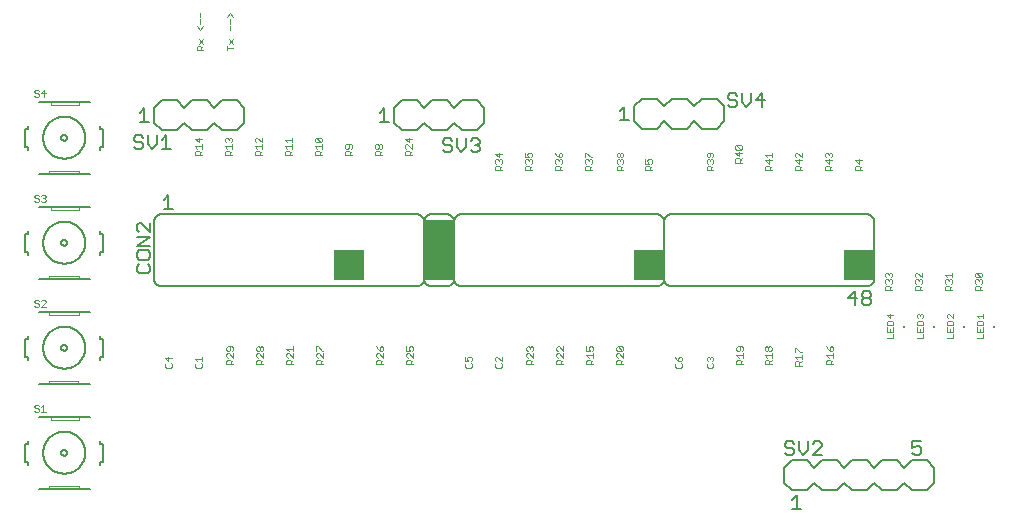
<source format=gtl>
G75*
%MOIN*%
%OFA0B0*%
%FSLAX25Y25*%
%IPPOS*%
%LPD*%
%AMOC8*
5,1,8,0,0,1.08239X$1,22.5*
%
%ADD10C,0.00200*%
%ADD11C,0.00600*%
%ADD12C,0.00500*%
%ADD13R,0.10000X0.10000*%
%ADD14R,0.00984X0.00984*%
D10*
X0027200Y0027700D02*
X0027200Y0028700D01*
X0037200Y0028700D01*
X0037200Y0027700D01*
X0037200Y0050700D02*
X0027700Y0050700D01*
X0027700Y0051700D01*
X0025978Y0053300D02*
X0024510Y0053300D01*
X0025244Y0053300D02*
X0025244Y0055502D01*
X0024510Y0054768D01*
X0023768Y0055135D02*
X0023401Y0055502D01*
X0022667Y0055502D01*
X0022300Y0055135D01*
X0022300Y0054768D01*
X0022667Y0054401D01*
X0023401Y0054401D01*
X0023768Y0054034D01*
X0023768Y0053667D01*
X0023401Y0053300D01*
X0022667Y0053300D01*
X0022300Y0053667D01*
X0037200Y0051700D02*
X0037200Y0050700D01*
X0036700Y0062700D02*
X0036700Y0063700D01*
X0027200Y0063700D01*
X0027200Y0062700D01*
X0065857Y0068397D02*
X0066224Y0068030D01*
X0067692Y0068030D01*
X0068059Y0068397D01*
X0068059Y0069131D01*
X0067692Y0069498D01*
X0066958Y0070240D02*
X0066958Y0071708D01*
X0065857Y0071341D02*
X0066958Y0070240D01*
X0066224Y0069498D02*
X0065857Y0069131D01*
X0065857Y0068397D01*
X0065857Y0071341D02*
X0068059Y0071341D01*
X0075857Y0070974D02*
X0078059Y0070974D01*
X0078059Y0070240D02*
X0078059Y0071708D01*
X0076591Y0070240D02*
X0075857Y0070974D01*
X0076224Y0069498D02*
X0075857Y0069131D01*
X0075857Y0068397D01*
X0076224Y0068030D01*
X0077692Y0068030D01*
X0078059Y0068397D01*
X0078059Y0069131D01*
X0077692Y0069498D01*
X0086298Y0069170D02*
X0086298Y0070271D01*
X0086665Y0070638D01*
X0087399Y0070638D01*
X0087766Y0070271D01*
X0087766Y0069170D01*
X0088500Y0069170D02*
X0086298Y0069170D01*
X0087766Y0069904D02*
X0088500Y0070638D01*
X0088500Y0071380D02*
X0087032Y0072848D01*
X0086665Y0072848D01*
X0086298Y0072481D01*
X0086298Y0071747D01*
X0086665Y0071380D01*
X0088500Y0071380D02*
X0088500Y0072848D01*
X0088133Y0073590D02*
X0088500Y0073957D01*
X0088500Y0074691D01*
X0088133Y0075058D01*
X0086665Y0075058D01*
X0086298Y0074691D01*
X0086298Y0073957D01*
X0086665Y0073590D01*
X0087032Y0073590D01*
X0087399Y0073957D01*
X0087399Y0075058D01*
X0096298Y0074691D02*
X0096665Y0075058D01*
X0097032Y0075058D01*
X0097399Y0074691D01*
X0097399Y0073957D01*
X0097032Y0073590D01*
X0096665Y0073590D01*
X0096298Y0073957D01*
X0096298Y0074691D01*
X0097399Y0074691D02*
X0097766Y0075058D01*
X0098133Y0075058D01*
X0098500Y0074691D01*
X0098500Y0073957D01*
X0098133Y0073590D01*
X0097766Y0073590D01*
X0097399Y0073957D01*
X0097032Y0072848D02*
X0096665Y0072848D01*
X0096298Y0072481D01*
X0096298Y0071747D01*
X0096665Y0071380D01*
X0096665Y0070638D02*
X0097399Y0070638D01*
X0097766Y0070271D01*
X0097766Y0069170D01*
X0098500Y0069170D02*
X0096298Y0069170D01*
X0096298Y0070271D01*
X0096665Y0070638D01*
X0097766Y0069904D02*
X0098500Y0070638D01*
X0098500Y0071380D02*
X0097032Y0072848D01*
X0098500Y0072848D02*
X0098500Y0071380D01*
X0106298Y0071747D02*
X0106665Y0071380D01*
X0106298Y0071747D02*
X0106298Y0072481D01*
X0106665Y0072848D01*
X0107032Y0072848D01*
X0108500Y0071380D01*
X0108500Y0072848D01*
X0108500Y0073590D02*
X0108500Y0075058D01*
X0108500Y0074324D02*
X0106298Y0074324D01*
X0107032Y0073590D01*
X0106665Y0070638D02*
X0106298Y0070271D01*
X0106298Y0069170D01*
X0108500Y0069170D01*
X0107766Y0069170D02*
X0107766Y0070271D01*
X0107399Y0070638D01*
X0106665Y0070638D01*
X0107766Y0069904D02*
X0108500Y0070638D01*
X0116298Y0070271D02*
X0116665Y0070638D01*
X0117399Y0070638D01*
X0117766Y0070271D01*
X0117766Y0069170D01*
X0118500Y0069170D02*
X0116298Y0069170D01*
X0116298Y0070271D01*
X0116665Y0071380D02*
X0116298Y0071747D01*
X0116298Y0072481D01*
X0116665Y0072848D01*
X0117032Y0072848D01*
X0118500Y0071380D01*
X0118500Y0072848D01*
X0118500Y0073590D02*
X0118133Y0073590D01*
X0116665Y0075058D01*
X0116298Y0075058D01*
X0116298Y0073590D01*
X0118500Y0070638D02*
X0117766Y0069904D01*
X0136298Y0070271D02*
X0136665Y0070638D01*
X0137399Y0070638D01*
X0137766Y0070271D01*
X0137766Y0069170D01*
X0138500Y0069170D02*
X0136298Y0069170D01*
X0136298Y0070271D01*
X0136665Y0071380D02*
X0136298Y0071747D01*
X0136298Y0072481D01*
X0136665Y0072848D01*
X0137032Y0072848D01*
X0138500Y0071380D01*
X0138500Y0072848D01*
X0138133Y0073590D02*
X0138500Y0073957D01*
X0138500Y0074691D01*
X0138133Y0075058D01*
X0137766Y0075058D01*
X0137399Y0074691D01*
X0137399Y0073590D01*
X0138133Y0073590D01*
X0137399Y0073590D02*
X0136665Y0074324D01*
X0136298Y0075058D01*
X0138500Y0070638D02*
X0137766Y0069904D01*
X0146298Y0070271D02*
X0146665Y0070638D01*
X0147399Y0070638D01*
X0147766Y0070271D01*
X0147766Y0069170D01*
X0148500Y0069170D02*
X0146298Y0069170D01*
X0146298Y0070271D01*
X0146665Y0071380D02*
X0146298Y0071747D01*
X0146298Y0072481D01*
X0146665Y0072848D01*
X0147032Y0072848D01*
X0148500Y0071380D01*
X0148500Y0072848D01*
X0148133Y0073590D02*
X0148500Y0073957D01*
X0148500Y0074691D01*
X0148133Y0075058D01*
X0147399Y0075058D01*
X0147032Y0074691D01*
X0147032Y0074324D01*
X0147399Y0073590D01*
X0146298Y0073590D01*
X0146298Y0075058D01*
X0148500Y0070638D02*
X0147766Y0069904D01*
X0165857Y0070240D02*
X0166958Y0070240D01*
X0166591Y0070974D01*
X0166591Y0071341D01*
X0166958Y0071708D01*
X0167692Y0071708D01*
X0168059Y0071341D01*
X0168059Y0070607D01*
X0167692Y0070240D01*
X0167692Y0069498D02*
X0168059Y0069131D01*
X0168059Y0068397D01*
X0167692Y0068030D01*
X0166224Y0068030D01*
X0165857Y0068397D01*
X0165857Y0069131D01*
X0166224Y0069498D01*
X0165857Y0070240D02*
X0165857Y0071708D01*
X0175857Y0071341D02*
X0175857Y0070607D01*
X0176224Y0070240D01*
X0176224Y0069498D02*
X0175857Y0069131D01*
X0175857Y0068397D01*
X0176224Y0068030D01*
X0177692Y0068030D01*
X0178059Y0068397D01*
X0178059Y0069131D01*
X0177692Y0069498D01*
X0178059Y0070240D02*
X0176591Y0071708D01*
X0176224Y0071708D01*
X0175857Y0071341D01*
X0178059Y0071708D02*
X0178059Y0070240D01*
X0186298Y0070271D02*
X0186665Y0070638D01*
X0187399Y0070638D01*
X0187766Y0070271D01*
X0187766Y0069170D01*
X0188500Y0069170D02*
X0186298Y0069170D01*
X0186298Y0070271D01*
X0186665Y0071380D02*
X0186298Y0071747D01*
X0186298Y0072481D01*
X0186665Y0072848D01*
X0187032Y0072848D01*
X0188500Y0071380D01*
X0188500Y0072848D01*
X0188133Y0073590D02*
X0188500Y0073957D01*
X0188500Y0074691D01*
X0188133Y0075058D01*
X0187766Y0075058D01*
X0187399Y0074691D01*
X0187399Y0074324D01*
X0187399Y0074691D02*
X0187032Y0075058D01*
X0186665Y0075058D01*
X0186298Y0074691D01*
X0186298Y0073957D01*
X0186665Y0073590D01*
X0188500Y0070638D02*
X0187766Y0069904D01*
X0196298Y0070271D02*
X0196665Y0070638D01*
X0197399Y0070638D01*
X0197766Y0070271D01*
X0197766Y0069170D01*
X0198500Y0069170D02*
X0196298Y0069170D01*
X0196298Y0070271D01*
X0196665Y0071380D02*
X0196298Y0071747D01*
X0196298Y0072481D01*
X0196665Y0072848D01*
X0197032Y0072848D01*
X0198500Y0071380D01*
X0198500Y0072848D01*
X0198500Y0073590D02*
X0197032Y0075058D01*
X0196665Y0075058D01*
X0196298Y0074691D01*
X0196298Y0073957D01*
X0196665Y0073590D01*
X0198500Y0073590D02*
X0198500Y0075058D01*
X0206298Y0075058D02*
X0206298Y0073590D01*
X0207399Y0073590D01*
X0207032Y0074324D01*
X0207032Y0074691D01*
X0207399Y0075058D01*
X0208133Y0075058D01*
X0208500Y0074691D01*
X0208500Y0073957D01*
X0208133Y0073590D01*
X0208500Y0072848D02*
X0208500Y0071380D01*
X0208500Y0072114D02*
X0206298Y0072114D01*
X0207032Y0071380D01*
X0206665Y0070638D02*
X0207399Y0070638D01*
X0207766Y0070271D01*
X0207766Y0069170D01*
X0208500Y0069170D02*
X0206298Y0069170D01*
X0206298Y0070271D01*
X0206665Y0070638D01*
X0207766Y0069904D02*
X0208500Y0070638D01*
X0198500Y0070638D02*
X0197766Y0069904D01*
X0216298Y0070271D02*
X0216665Y0070638D01*
X0217399Y0070638D01*
X0217766Y0070271D01*
X0217766Y0069170D01*
X0218500Y0069170D02*
X0216298Y0069170D01*
X0216298Y0070271D01*
X0216665Y0071380D02*
X0216298Y0071747D01*
X0216298Y0072481D01*
X0216665Y0072848D01*
X0217032Y0072848D01*
X0218500Y0071380D01*
X0218500Y0072848D01*
X0218133Y0073590D02*
X0216665Y0075058D01*
X0218133Y0075058D01*
X0218500Y0074691D01*
X0218500Y0073957D01*
X0218133Y0073590D01*
X0216665Y0073590D01*
X0216298Y0073957D01*
X0216298Y0074691D01*
X0216665Y0075058D01*
X0218500Y0070638D02*
X0217766Y0069904D01*
X0235857Y0069131D02*
X0235857Y0068397D01*
X0236224Y0068030D01*
X0237692Y0068030D01*
X0238059Y0068397D01*
X0238059Y0069131D01*
X0237692Y0069498D01*
X0237692Y0070240D02*
X0238059Y0070607D01*
X0238059Y0071341D01*
X0237692Y0071708D01*
X0237325Y0071708D01*
X0236958Y0071341D01*
X0236958Y0070240D01*
X0237692Y0070240D01*
X0236958Y0070240D02*
X0236224Y0070974D01*
X0235857Y0071708D01*
X0236224Y0069498D02*
X0235857Y0069131D01*
X0246357Y0069131D02*
X0246357Y0068397D01*
X0246724Y0068030D01*
X0248192Y0068030D01*
X0248559Y0068397D01*
X0248559Y0069131D01*
X0248192Y0069498D01*
X0248192Y0070240D02*
X0248559Y0070607D01*
X0248559Y0071341D01*
X0248192Y0071708D01*
X0247825Y0071708D01*
X0247458Y0071341D01*
X0247458Y0070974D01*
X0247458Y0071341D02*
X0247091Y0071708D01*
X0246724Y0071708D01*
X0246357Y0071341D01*
X0246357Y0070607D01*
X0246724Y0070240D01*
X0246724Y0069498D02*
X0246357Y0069131D01*
X0256298Y0069170D02*
X0256298Y0070271D01*
X0256665Y0070638D01*
X0257399Y0070638D01*
X0257766Y0070271D01*
X0257766Y0069170D01*
X0258500Y0069170D02*
X0256298Y0069170D01*
X0257766Y0069904D02*
X0258500Y0070638D01*
X0258500Y0071380D02*
X0258500Y0072848D01*
X0258500Y0072114D02*
X0256298Y0072114D01*
X0257032Y0071380D01*
X0257032Y0073590D02*
X0257399Y0073957D01*
X0257399Y0075058D01*
X0256665Y0075058D02*
X0256298Y0074691D01*
X0256298Y0073957D01*
X0256665Y0073590D01*
X0257032Y0073590D01*
X0258133Y0073590D02*
X0258500Y0073957D01*
X0258500Y0074691D01*
X0258133Y0075058D01*
X0256665Y0075058D01*
X0265798Y0074691D02*
X0266165Y0075058D01*
X0266532Y0075058D01*
X0266899Y0074691D01*
X0266899Y0073957D01*
X0266532Y0073590D01*
X0266165Y0073590D01*
X0265798Y0073957D01*
X0265798Y0074691D01*
X0266899Y0074691D02*
X0267266Y0075058D01*
X0267633Y0075058D01*
X0268000Y0074691D01*
X0268000Y0073957D01*
X0267633Y0073590D01*
X0267266Y0073590D01*
X0266899Y0073957D01*
X0268000Y0072848D02*
X0268000Y0071380D01*
X0268000Y0072114D02*
X0265798Y0072114D01*
X0266532Y0071380D01*
X0266165Y0070638D02*
X0265798Y0070271D01*
X0265798Y0069170D01*
X0268000Y0069170D01*
X0267266Y0069170D02*
X0267266Y0070271D01*
X0266899Y0070638D01*
X0266165Y0070638D01*
X0267266Y0069904D02*
X0268000Y0070638D01*
X0275798Y0069771D02*
X0275798Y0068670D01*
X0278000Y0068670D01*
X0277266Y0068670D02*
X0277266Y0069771D01*
X0276899Y0070138D01*
X0276165Y0070138D01*
X0275798Y0069771D01*
X0276532Y0070880D02*
X0275798Y0071614D01*
X0278000Y0071614D01*
X0278000Y0070880D02*
X0278000Y0072348D01*
X0278000Y0073090D02*
X0277633Y0073090D01*
X0276165Y0074558D01*
X0275798Y0074558D01*
X0275798Y0073090D01*
X0278000Y0070138D02*
X0277266Y0069404D01*
X0286298Y0069170D02*
X0286298Y0070271D01*
X0286665Y0070638D01*
X0287399Y0070638D01*
X0287766Y0070271D01*
X0287766Y0069170D01*
X0288500Y0069170D02*
X0286298Y0069170D01*
X0287766Y0069904D02*
X0288500Y0070638D01*
X0288500Y0071380D02*
X0288500Y0072848D01*
X0288500Y0072114D02*
X0286298Y0072114D01*
X0287032Y0071380D01*
X0287399Y0073590D02*
X0286665Y0074324D01*
X0286298Y0075058D01*
X0287399Y0074691D02*
X0287399Y0073590D01*
X0288133Y0073590D01*
X0288500Y0073957D01*
X0288500Y0074691D01*
X0288133Y0075058D01*
X0287766Y0075058D01*
X0287399Y0074691D01*
X0306398Y0077800D02*
X0308600Y0077800D01*
X0308600Y0079268D01*
X0308600Y0080010D02*
X0308600Y0081478D01*
X0308600Y0082220D02*
X0308600Y0083321D01*
X0308233Y0083688D01*
X0306765Y0083688D01*
X0306398Y0083321D01*
X0306398Y0082220D01*
X0308600Y0082220D01*
X0307499Y0080744D02*
X0307499Y0080010D01*
X0306398Y0080010D02*
X0308600Y0080010D01*
X0306398Y0080010D02*
X0306398Y0081478D01*
X0307499Y0084430D02*
X0307499Y0085898D01*
X0306398Y0085531D02*
X0307499Y0084430D01*
X0308600Y0085531D02*
X0306398Y0085531D01*
X0316398Y0085531D02*
X0316765Y0085898D01*
X0317132Y0085898D01*
X0317499Y0085531D01*
X0317866Y0085898D01*
X0318233Y0085898D01*
X0318600Y0085531D01*
X0318600Y0084797D01*
X0318233Y0084430D01*
X0318233Y0083688D02*
X0316765Y0083688D01*
X0316398Y0083321D01*
X0316398Y0082220D01*
X0318600Y0082220D01*
X0318600Y0083321D01*
X0318233Y0083688D01*
X0316765Y0084430D02*
X0316398Y0084797D01*
X0316398Y0085531D01*
X0317499Y0085531D02*
X0317499Y0085164D01*
X0316398Y0081478D02*
X0316398Y0080010D01*
X0318600Y0080010D01*
X0318600Y0081478D01*
X0317499Y0080744D02*
X0317499Y0080010D01*
X0318600Y0079268D02*
X0318600Y0077800D01*
X0316398Y0077800D01*
X0326398Y0077800D02*
X0328600Y0077800D01*
X0328600Y0079268D01*
X0328600Y0080010D02*
X0328600Y0081478D01*
X0328600Y0082220D02*
X0328600Y0083321D01*
X0328233Y0083688D01*
X0326765Y0083688D01*
X0326398Y0083321D01*
X0326398Y0082220D01*
X0328600Y0082220D01*
X0327499Y0080744D02*
X0327499Y0080010D01*
X0326398Y0080010D02*
X0328600Y0080010D01*
X0326398Y0080010D02*
X0326398Y0081478D01*
X0326765Y0084430D02*
X0326398Y0084797D01*
X0326398Y0085531D01*
X0326765Y0085898D01*
X0327132Y0085898D01*
X0328600Y0084430D01*
X0328600Y0085898D01*
X0336398Y0085164D02*
X0338600Y0085164D01*
X0338600Y0084430D02*
X0338600Y0085898D01*
X0337132Y0084430D02*
X0336398Y0085164D01*
X0336765Y0083688D02*
X0336398Y0083321D01*
X0336398Y0082220D01*
X0338600Y0082220D01*
X0338600Y0083321D01*
X0338233Y0083688D01*
X0336765Y0083688D01*
X0336398Y0081478D02*
X0336398Y0080010D01*
X0338600Y0080010D01*
X0338600Y0081478D01*
X0337499Y0080744D02*
X0337499Y0080010D01*
X0338600Y0079268D02*
X0338600Y0077800D01*
X0336398Y0077800D01*
X0335898Y0093800D02*
X0335898Y0094901D01*
X0336265Y0095268D01*
X0336999Y0095268D01*
X0337366Y0094901D01*
X0337366Y0093800D01*
X0337366Y0094534D02*
X0338100Y0095268D01*
X0337733Y0096010D02*
X0338100Y0096377D01*
X0338100Y0097111D01*
X0337733Y0097478D01*
X0337366Y0097478D01*
X0336999Y0097111D01*
X0336999Y0096744D01*
X0336999Y0097111D02*
X0336632Y0097478D01*
X0336265Y0097478D01*
X0335898Y0097111D01*
X0335898Y0096377D01*
X0336265Y0096010D01*
X0336265Y0098220D02*
X0335898Y0098587D01*
X0335898Y0099321D01*
X0336265Y0099688D01*
X0337733Y0098220D01*
X0338100Y0098587D01*
X0338100Y0099321D01*
X0337733Y0099688D01*
X0336265Y0099688D01*
X0336265Y0098220D02*
X0337733Y0098220D01*
X0338100Y0093800D02*
X0335898Y0093800D01*
X0328100Y0093800D02*
X0325898Y0093800D01*
X0325898Y0094901D01*
X0326265Y0095268D01*
X0326999Y0095268D01*
X0327366Y0094901D01*
X0327366Y0093800D01*
X0327366Y0094534D02*
X0328100Y0095268D01*
X0327733Y0096010D02*
X0328100Y0096377D01*
X0328100Y0097111D01*
X0327733Y0097478D01*
X0327366Y0097478D01*
X0326999Y0097111D01*
X0326999Y0096744D01*
X0326999Y0097111D02*
X0326632Y0097478D01*
X0326265Y0097478D01*
X0325898Y0097111D01*
X0325898Y0096377D01*
X0326265Y0096010D01*
X0326632Y0098220D02*
X0325898Y0098954D01*
X0328100Y0098954D01*
X0328100Y0098220D02*
X0328100Y0099688D01*
X0318100Y0099688D02*
X0318100Y0098220D01*
X0316632Y0099688D01*
X0316265Y0099688D01*
X0315898Y0099321D01*
X0315898Y0098587D01*
X0316265Y0098220D01*
X0316265Y0097478D02*
X0316632Y0097478D01*
X0316999Y0097111D01*
X0317366Y0097478D01*
X0317733Y0097478D01*
X0318100Y0097111D01*
X0318100Y0096377D01*
X0317733Y0096010D01*
X0318100Y0095268D02*
X0317366Y0094534D01*
X0317366Y0094901D02*
X0317366Y0093800D01*
X0318100Y0093800D02*
X0315898Y0093800D01*
X0315898Y0094901D01*
X0316265Y0095268D01*
X0316999Y0095268D01*
X0317366Y0094901D01*
X0316265Y0096010D02*
X0315898Y0096377D01*
X0315898Y0097111D01*
X0316265Y0097478D01*
X0316999Y0097111D02*
X0316999Y0096744D01*
X0308100Y0097111D02*
X0308100Y0096377D01*
X0307733Y0096010D01*
X0308100Y0095268D02*
X0307366Y0094534D01*
X0307366Y0094901D02*
X0307366Y0093800D01*
X0308100Y0093800D02*
X0305898Y0093800D01*
X0305898Y0094901D01*
X0306265Y0095268D01*
X0306999Y0095268D01*
X0307366Y0094901D01*
X0306265Y0096010D02*
X0305898Y0096377D01*
X0305898Y0097111D01*
X0306265Y0097478D01*
X0306632Y0097478D01*
X0306999Y0097111D01*
X0307366Y0097478D01*
X0307733Y0097478D01*
X0308100Y0097111D01*
X0306999Y0097111D02*
X0306999Y0096744D01*
X0306265Y0098220D02*
X0305898Y0098587D01*
X0305898Y0099321D01*
X0306265Y0099688D01*
X0306632Y0099688D01*
X0306999Y0099321D01*
X0307366Y0099688D01*
X0307733Y0099688D01*
X0308100Y0099321D01*
X0308100Y0098587D01*
X0307733Y0098220D01*
X0306999Y0098954D02*
X0306999Y0099321D01*
X0298100Y0133800D02*
X0295898Y0133800D01*
X0295898Y0134901D01*
X0296265Y0135268D01*
X0296999Y0135268D01*
X0297366Y0134901D01*
X0297366Y0133800D01*
X0297366Y0134534D02*
X0298100Y0135268D01*
X0296999Y0136010D02*
X0296999Y0137478D01*
X0295898Y0137111D02*
X0296999Y0136010D01*
X0298100Y0137111D02*
X0295898Y0137111D01*
X0288100Y0137111D02*
X0285898Y0137111D01*
X0286999Y0136010D01*
X0286999Y0137478D01*
X0286265Y0138220D02*
X0285898Y0138587D01*
X0285898Y0139321D01*
X0286265Y0139688D01*
X0286632Y0139688D01*
X0286999Y0139321D01*
X0287366Y0139688D01*
X0287733Y0139688D01*
X0288100Y0139321D01*
X0288100Y0138587D01*
X0287733Y0138220D01*
X0286999Y0138954D02*
X0286999Y0139321D01*
X0286999Y0135268D02*
X0287366Y0134901D01*
X0287366Y0133800D01*
X0287366Y0134534D02*
X0288100Y0135268D01*
X0286999Y0135268D02*
X0286265Y0135268D01*
X0285898Y0134901D01*
X0285898Y0133800D01*
X0288100Y0133800D01*
X0278100Y0133800D02*
X0275898Y0133800D01*
X0275898Y0134901D01*
X0276265Y0135268D01*
X0276999Y0135268D01*
X0277366Y0134901D01*
X0277366Y0133800D01*
X0277366Y0134534D02*
X0278100Y0135268D01*
X0276999Y0136010D02*
X0276999Y0137478D01*
X0276265Y0138220D02*
X0275898Y0138587D01*
X0275898Y0139321D01*
X0276265Y0139688D01*
X0276632Y0139688D01*
X0278100Y0138220D01*
X0278100Y0139688D01*
X0278100Y0137111D02*
X0275898Y0137111D01*
X0276999Y0136010D01*
X0268100Y0135268D02*
X0267366Y0134534D01*
X0267366Y0134901D02*
X0267366Y0133800D01*
X0268100Y0133800D02*
X0265898Y0133800D01*
X0265898Y0134901D01*
X0266265Y0135268D01*
X0266999Y0135268D01*
X0267366Y0134901D01*
X0266999Y0136010D02*
X0266999Y0137478D01*
X0266632Y0138220D02*
X0265898Y0138954D01*
X0268100Y0138954D01*
X0268100Y0138220D02*
X0268100Y0139688D01*
X0268100Y0137111D02*
X0265898Y0137111D01*
X0266999Y0136010D01*
X0258100Y0136300D02*
X0255898Y0136300D01*
X0255898Y0137401D01*
X0256265Y0137768D01*
X0256999Y0137768D01*
X0257366Y0137401D01*
X0257366Y0136300D01*
X0257366Y0137034D02*
X0258100Y0137768D01*
X0256999Y0138510D02*
X0256999Y0139978D01*
X0256265Y0140720D02*
X0255898Y0141087D01*
X0255898Y0141821D01*
X0256265Y0142188D01*
X0257733Y0140720D01*
X0258100Y0141087D01*
X0258100Y0141821D01*
X0257733Y0142188D01*
X0256265Y0142188D01*
X0256265Y0140720D02*
X0257733Y0140720D01*
X0258100Y0139611D02*
X0255898Y0139611D01*
X0256999Y0138510D01*
X0248600Y0138587D02*
X0248233Y0138220D01*
X0248600Y0138587D02*
X0248600Y0139321D01*
X0248233Y0139688D01*
X0246765Y0139688D01*
X0246398Y0139321D01*
X0246398Y0138587D01*
X0246765Y0138220D01*
X0247132Y0138220D01*
X0247499Y0138587D01*
X0247499Y0139688D01*
X0247132Y0137478D02*
X0247499Y0137111D01*
X0247866Y0137478D01*
X0248233Y0137478D01*
X0248600Y0137111D01*
X0248600Y0136377D01*
X0248233Y0136010D01*
X0248600Y0135268D02*
X0247866Y0134534D01*
X0247866Y0134901D02*
X0247866Y0133800D01*
X0248600Y0133800D02*
X0246398Y0133800D01*
X0246398Y0134901D01*
X0246765Y0135268D01*
X0247499Y0135268D01*
X0247866Y0134901D01*
X0246765Y0136010D02*
X0246398Y0136377D01*
X0246398Y0137111D01*
X0246765Y0137478D01*
X0247132Y0137478D01*
X0247499Y0137111D02*
X0247499Y0136744D01*
X0228100Y0137111D02*
X0228100Y0136377D01*
X0227733Y0136010D01*
X0226999Y0136010D02*
X0226632Y0136744D01*
X0226632Y0137111D01*
X0226999Y0137478D01*
X0227733Y0137478D01*
X0228100Y0137111D01*
X0226999Y0136010D02*
X0225898Y0136010D01*
X0225898Y0137478D01*
X0226265Y0135268D02*
X0226999Y0135268D01*
X0227366Y0134901D01*
X0227366Y0133800D01*
X0227366Y0134534D02*
X0228100Y0135268D01*
X0228100Y0133800D02*
X0225898Y0133800D01*
X0225898Y0134901D01*
X0226265Y0135268D01*
X0218600Y0135268D02*
X0217866Y0134534D01*
X0217866Y0134901D02*
X0217866Y0133800D01*
X0218600Y0133800D02*
X0216398Y0133800D01*
X0216398Y0134901D01*
X0216765Y0135268D01*
X0217499Y0135268D01*
X0217866Y0134901D01*
X0218233Y0136010D02*
X0218600Y0136377D01*
X0218600Y0137111D01*
X0218233Y0137478D01*
X0217866Y0137478D01*
X0217499Y0137111D01*
X0217499Y0136744D01*
X0217499Y0137111D02*
X0217132Y0137478D01*
X0216765Y0137478D01*
X0216398Y0137111D01*
X0216398Y0136377D01*
X0216765Y0136010D01*
X0216765Y0138220D02*
X0217132Y0138220D01*
X0217499Y0138587D01*
X0217499Y0139321D01*
X0217866Y0139688D01*
X0218233Y0139688D01*
X0218600Y0139321D01*
X0218600Y0138587D01*
X0218233Y0138220D01*
X0217866Y0138220D01*
X0217499Y0138587D01*
X0217499Y0139321D02*
X0217132Y0139688D01*
X0216765Y0139688D01*
X0216398Y0139321D01*
X0216398Y0138587D01*
X0216765Y0138220D01*
X0208100Y0138220D02*
X0207733Y0138220D01*
X0206265Y0139688D01*
X0205898Y0139688D01*
X0205898Y0138220D01*
X0206265Y0137478D02*
X0206632Y0137478D01*
X0206999Y0137111D01*
X0207366Y0137478D01*
X0207733Y0137478D01*
X0208100Y0137111D01*
X0208100Y0136377D01*
X0207733Y0136010D01*
X0208100Y0135268D02*
X0207366Y0134534D01*
X0207366Y0134901D02*
X0207366Y0133800D01*
X0208100Y0133800D02*
X0205898Y0133800D01*
X0205898Y0134901D01*
X0206265Y0135268D01*
X0206999Y0135268D01*
X0207366Y0134901D01*
X0206265Y0136010D02*
X0205898Y0136377D01*
X0205898Y0137111D01*
X0206265Y0137478D01*
X0206999Y0137111D02*
X0206999Y0136744D01*
X0198100Y0137111D02*
X0198100Y0136377D01*
X0197733Y0136010D01*
X0198100Y0135268D02*
X0197366Y0134534D01*
X0197366Y0134901D02*
X0197366Y0133800D01*
X0198100Y0133800D02*
X0195898Y0133800D01*
X0195898Y0134901D01*
X0196265Y0135268D01*
X0196999Y0135268D01*
X0197366Y0134901D01*
X0196265Y0136010D02*
X0195898Y0136377D01*
X0195898Y0137111D01*
X0196265Y0137478D01*
X0196632Y0137478D01*
X0196999Y0137111D01*
X0197366Y0137478D01*
X0197733Y0137478D01*
X0198100Y0137111D01*
X0196999Y0137111D02*
X0196999Y0136744D01*
X0196999Y0138220D02*
X0196999Y0139321D01*
X0197366Y0139688D01*
X0197733Y0139688D01*
X0198100Y0139321D01*
X0198100Y0138587D01*
X0197733Y0138220D01*
X0196999Y0138220D01*
X0196265Y0138954D01*
X0195898Y0139688D01*
X0188100Y0139321D02*
X0188100Y0138587D01*
X0187733Y0138220D01*
X0186999Y0138220D02*
X0186632Y0138954D01*
X0186632Y0139321D01*
X0186999Y0139688D01*
X0187733Y0139688D01*
X0188100Y0139321D01*
X0186999Y0138220D02*
X0185898Y0138220D01*
X0185898Y0139688D01*
X0186265Y0137478D02*
X0186632Y0137478D01*
X0186999Y0137111D01*
X0187366Y0137478D01*
X0187733Y0137478D01*
X0188100Y0137111D01*
X0188100Y0136377D01*
X0187733Y0136010D01*
X0188100Y0135268D02*
X0187366Y0134534D01*
X0187366Y0134901D02*
X0187366Y0133800D01*
X0188100Y0133800D02*
X0185898Y0133800D01*
X0185898Y0134901D01*
X0186265Y0135268D01*
X0186999Y0135268D01*
X0187366Y0134901D01*
X0186265Y0136010D02*
X0185898Y0136377D01*
X0185898Y0137111D01*
X0186265Y0137478D01*
X0186999Y0137111D02*
X0186999Y0136744D01*
X0178100Y0137111D02*
X0178100Y0136377D01*
X0177733Y0136010D01*
X0178100Y0135268D02*
X0177366Y0134534D01*
X0177366Y0134901D02*
X0177366Y0133800D01*
X0178100Y0133800D02*
X0175898Y0133800D01*
X0175898Y0134901D01*
X0176265Y0135268D01*
X0176999Y0135268D01*
X0177366Y0134901D01*
X0176265Y0136010D02*
X0175898Y0136377D01*
X0175898Y0137111D01*
X0176265Y0137478D01*
X0176632Y0137478D01*
X0176999Y0137111D01*
X0177366Y0137478D01*
X0177733Y0137478D01*
X0178100Y0137111D01*
X0176999Y0137111D02*
X0176999Y0136744D01*
X0176999Y0138220D02*
X0176999Y0139688D01*
X0175898Y0139321D02*
X0176999Y0138220D01*
X0178100Y0139321D02*
X0175898Y0139321D01*
X0148100Y0138800D02*
X0145898Y0138800D01*
X0145898Y0139901D01*
X0146265Y0140268D01*
X0146999Y0140268D01*
X0147366Y0139901D01*
X0147366Y0138800D01*
X0147366Y0139534D02*
X0148100Y0140268D01*
X0148100Y0141010D02*
X0146632Y0142478D01*
X0146265Y0142478D01*
X0145898Y0142111D01*
X0145898Y0141377D01*
X0146265Y0141010D01*
X0148100Y0141010D02*
X0148100Y0142478D01*
X0146999Y0143220D02*
X0146999Y0144688D01*
X0145898Y0144321D02*
X0146999Y0143220D01*
X0148100Y0144321D02*
X0145898Y0144321D01*
X0138100Y0142111D02*
X0138100Y0141377D01*
X0137733Y0141010D01*
X0137366Y0141010D01*
X0136999Y0141377D01*
X0136999Y0142111D01*
X0137366Y0142478D01*
X0137733Y0142478D01*
X0138100Y0142111D01*
X0136999Y0142111D02*
X0136632Y0142478D01*
X0136265Y0142478D01*
X0135898Y0142111D01*
X0135898Y0141377D01*
X0136265Y0141010D01*
X0136632Y0141010D01*
X0136999Y0141377D01*
X0136999Y0140268D02*
X0137366Y0139901D01*
X0137366Y0138800D01*
X0137366Y0139534D02*
X0138100Y0140268D01*
X0136999Y0140268D02*
X0136265Y0140268D01*
X0135898Y0139901D01*
X0135898Y0138800D01*
X0138100Y0138800D01*
X0128100Y0138800D02*
X0125898Y0138800D01*
X0125898Y0139901D01*
X0126265Y0140268D01*
X0126999Y0140268D01*
X0127366Y0139901D01*
X0127366Y0138800D01*
X0127366Y0139534D02*
X0128100Y0140268D01*
X0127733Y0141010D02*
X0128100Y0141377D01*
X0128100Y0142111D01*
X0127733Y0142478D01*
X0126265Y0142478D01*
X0125898Y0142111D01*
X0125898Y0141377D01*
X0126265Y0141010D01*
X0126632Y0141010D01*
X0126999Y0141377D01*
X0126999Y0142478D01*
X0118100Y0142478D02*
X0118100Y0141010D01*
X0118100Y0141744D02*
X0115898Y0141744D01*
X0116632Y0141010D01*
X0116265Y0140268D02*
X0116999Y0140268D01*
X0117366Y0139901D01*
X0117366Y0138800D01*
X0117366Y0139534D02*
X0118100Y0140268D01*
X0118100Y0138800D02*
X0115898Y0138800D01*
X0115898Y0139901D01*
X0116265Y0140268D01*
X0116265Y0143220D02*
X0115898Y0143587D01*
X0115898Y0144321D01*
X0116265Y0144688D01*
X0117733Y0143220D01*
X0118100Y0143587D01*
X0118100Y0144321D01*
X0117733Y0144688D01*
X0116265Y0144688D01*
X0116265Y0143220D02*
X0117733Y0143220D01*
X0108100Y0143220D02*
X0108100Y0144688D01*
X0108100Y0143954D02*
X0105898Y0143954D01*
X0106632Y0143220D01*
X0108100Y0142478D02*
X0108100Y0141010D01*
X0108100Y0141744D02*
X0105898Y0141744D01*
X0106632Y0141010D01*
X0106265Y0140268D02*
X0106999Y0140268D01*
X0107366Y0139901D01*
X0107366Y0138800D01*
X0107366Y0139534D02*
X0108100Y0140268D01*
X0108100Y0138800D02*
X0105898Y0138800D01*
X0105898Y0139901D01*
X0106265Y0140268D01*
X0098100Y0140268D02*
X0097366Y0139534D01*
X0097366Y0139901D02*
X0097366Y0138800D01*
X0098100Y0138800D02*
X0095898Y0138800D01*
X0095898Y0139901D01*
X0096265Y0140268D01*
X0096999Y0140268D01*
X0097366Y0139901D01*
X0096632Y0141010D02*
X0095898Y0141744D01*
X0098100Y0141744D01*
X0098100Y0141010D02*
X0098100Y0142478D01*
X0098100Y0143220D02*
X0096632Y0144688D01*
X0096265Y0144688D01*
X0095898Y0144321D01*
X0095898Y0143587D01*
X0096265Y0143220D01*
X0098100Y0143220D02*
X0098100Y0144688D01*
X0088100Y0144321D02*
X0088100Y0143587D01*
X0087733Y0143220D01*
X0088100Y0142478D02*
X0088100Y0141010D01*
X0088100Y0141744D02*
X0085898Y0141744D01*
X0086632Y0141010D01*
X0086265Y0140268D02*
X0086999Y0140268D01*
X0087366Y0139901D01*
X0087366Y0138800D01*
X0087366Y0139534D02*
X0088100Y0140268D01*
X0088100Y0138800D02*
X0085898Y0138800D01*
X0085898Y0139901D01*
X0086265Y0140268D01*
X0086265Y0143220D02*
X0085898Y0143587D01*
X0085898Y0144321D01*
X0086265Y0144688D01*
X0086632Y0144688D01*
X0086999Y0144321D01*
X0087366Y0144688D01*
X0087733Y0144688D01*
X0088100Y0144321D01*
X0086999Y0144321D02*
X0086999Y0143954D01*
X0078100Y0144321D02*
X0075898Y0144321D01*
X0076999Y0143220D01*
X0076999Y0144688D01*
X0078100Y0142478D02*
X0078100Y0141010D01*
X0078100Y0141744D02*
X0075898Y0141744D01*
X0076632Y0141010D01*
X0076265Y0140268D02*
X0076999Y0140268D01*
X0077366Y0139901D01*
X0077366Y0138800D01*
X0077366Y0139534D02*
X0078100Y0140268D01*
X0078100Y0138800D02*
X0075898Y0138800D01*
X0075898Y0139901D01*
X0076265Y0140268D01*
X0037200Y0133700D02*
X0027200Y0133700D01*
X0027200Y0132700D01*
X0037200Y0132700D02*
X0037200Y0133700D01*
X0025978Y0125135D02*
X0025611Y0125502D01*
X0024877Y0125502D01*
X0024510Y0125135D01*
X0023768Y0125135D02*
X0023401Y0125502D01*
X0022667Y0125502D01*
X0022300Y0125135D01*
X0022300Y0124768D01*
X0022667Y0124401D01*
X0023401Y0124401D01*
X0023768Y0124034D01*
X0023768Y0123667D01*
X0023401Y0123300D01*
X0022667Y0123300D01*
X0022300Y0123667D01*
X0024510Y0123667D02*
X0024877Y0123300D01*
X0025611Y0123300D01*
X0025978Y0123667D01*
X0025978Y0124034D01*
X0025611Y0124401D01*
X0025244Y0124401D01*
X0025611Y0124401D02*
X0025978Y0124768D01*
X0025978Y0125135D01*
X0027700Y0121700D02*
X0027700Y0120700D01*
X0037200Y0120700D01*
X0037200Y0121700D01*
X0037200Y0098700D02*
X0027200Y0098700D01*
X0027200Y0097700D01*
X0037200Y0097700D02*
X0037200Y0098700D01*
X0025978Y0090135D02*
X0025611Y0090502D01*
X0024877Y0090502D01*
X0024510Y0090135D01*
X0023768Y0090135D02*
X0023401Y0090502D01*
X0022667Y0090502D01*
X0022300Y0090135D01*
X0022300Y0089768D01*
X0022667Y0089401D01*
X0023401Y0089401D01*
X0023768Y0089034D01*
X0023768Y0088667D01*
X0023401Y0088300D01*
X0022667Y0088300D01*
X0022300Y0088667D01*
X0024510Y0088300D02*
X0025978Y0089768D01*
X0025978Y0090135D01*
X0025978Y0088300D02*
X0024510Y0088300D01*
X0027200Y0086700D02*
X0027200Y0085700D01*
X0037200Y0085700D01*
X0037200Y0086700D01*
X0037200Y0155700D02*
X0027700Y0155700D01*
X0027700Y0156700D01*
X0025611Y0158300D02*
X0025611Y0160502D01*
X0024510Y0159401D01*
X0025978Y0159401D01*
X0023768Y0159034D02*
X0023768Y0158667D01*
X0023401Y0158300D01*
X0022667Y0158300D01*
X0022300Y0158667D01*
X0022667Y0159401D02*
X0023401Y0159401D01*
X0023768Y0159034D01*
X0023768Y0160135D02*
X0023401Y0160502D01*
X0022667Y0160502D01*
X0022300Y0160135D01*
X0022300Y0159768D01*
X0022667Y0159401D01*
X0037200Y0156700D02*
X0037200Y0155700D01*
X0076398Y0173800D02*
X0076398Y0174901D01*
X0076765Y0175268D01*
X0077499Y0175268D01*
X0077866Y0174901D01*
X0077866Y0173800D01*
X0077866Y0174534D02*
X0078600Y0175268D01*
X0078600Y0176010D02*
X0077132Y0177478D01*
X0077132Y0176010D02*
X0078600Y0177478D01*
X0077499Y0180430D02*
X0078600Y0181898D01*
X0077499Y0182640D02*
X0077499Y0184107D01*
X0077499Y0184849D02*
X0077499Y0186317D01*
X0076398Y0181898D02*
X0077499Y0180430D01*
X0086398Y0184849D02*
X0087499Y0186317D01*
X0088600Y0184849D01*
X0087499Y0184107D02*
X0087499Y0182640D01*
X0087499Y0181898D02*
X0087499Y0180430D01*
X0087132Y0177478D02*
X0088600Y0176010D01*
X0087132Y0176010D02*
X0088600Y0177478D01*
X0088600Y0174534D02*
X0086398Y0174534D01*
X0086398Y0173800D02*
X0086398Y0175268D01*
X0078600Y0173800D02*
X0076398Y0173800D01*
D11*
X0027200Y0027700D02*
X0023700Y0027700D01*
X0027200Y0027700D02*
X0037200Y0027700D01*
X0040700Y0027700D01*
X0044200Y0035700D02*
X0044200Y0036700D01*
X0045200Y0036700D01*
X0045200Y0042700D01*
X0044200Y0042700D01*
X0044200Y0043700D01*
X0031200Y0039700D02*
X0031202Y0039763D01*
X0031208Y0039825D01*
X0031218Y0039887D01*
X0031231Y0039949D01*
X0031249Y0040009D01*
X0031270Y0040068D01*
X0031295Y0040126D01*
X0031324Y0040182D01*
X0031356Y0040236D01*
X0031391Y0040288D01*
X0031429Y0040337D01*
X0031471Y0040385D01*
X0031515Y0040429D01*
X0031563Y0040471D01*
X0031612Y0040509D01*
X0031664Y0040544D01*
X0031718Y0040576D01*
X0031774Y0040605D01*
X0031832Y0040630D01*
X0031891Y0040651D01*
X0031951Y0040669D01*
X0032013Y0040682D01*
X0032075Y0040692D01*
X0032137Y0040698D01*
X0032200Y0040700D01*
X0032263Y0040698D01*
X0032325Y0040692D01*
X0032387Y0040682D01*
X0032449Y0040669D01*
X0032509Y0040651D01*
X0032568Y0040630D01*
X0032626Y0040605D01*
X0032682Y0040576D01*
X0032736Y0040544D01*
X0032788Y0040509D01*
X0032837Y0040471D01*
X0032885Y0040429D01*
X0032929Y0040385D01*
X0032971Y0040337D01*
X0033009Y0040288D01*
X0033044Y0040236D01*
X0033076Y0040182D01*
X0033105Y0040126D01*
X0033130Y0040068D01*
X0033151Y0040009D01*
X0033169Y0039949D01*
X0033182Y0039887D01*
X0033192Y0039825D01*
X0033198Y0039763D01*
X0033200Y0039700D01*
X0033198Y0039637D01*
X0033192Y0039575D01*
X0033182Y0039513D01*
X0033169Y0039451D01*
X0033151Y0039391D01*
X0033130Y0039332D01*
X0033105Y0039274D01*
X0033076Y0039218D01*
X0033044Y0039164D01*
X0033009Y0039112D01*
X0032971Y0039063D01*
X0032929Y0039015D01*
X0032885Y0038971D01*
X0032837Y0038929D01*
X0032788Y0038891D01*
X0032736Y0038856D01*
X0032682Y0038824D01*
X0032626Y0038795D01*
X0032568Y0038770D01*
X0032509Y0038749D01*
X0032449Y0038731D01*
X0032387Y0038718D01*
X0032325Y0038708D01*
X0032263Y0038702D01*
X0032200Y0038700D01*
X0032137Y0038702D01*
X0032075Y0038708D01*
X0032013Y0038718D01*
X0031951Y0038731D01*
X0031891Y0038749D01*
X0031832Y0038770D01*
X0031774Y0038795D01*
X0031718Y0038824D01*
X0031664Y0038856D01*
X0031612Y0038891D01*
X0031563Y0038929D01*
X0031515Y0038971D01*
X0031471Y0039015D01*
X0031429Y0039063D01*
X0031391Y0039112D01*
X0031356Y0039164D01*
X0031324Y0039218D01*
X0031295Y0039274D01*
X0031270Y0039332D01*
X0031249Y0039391D01*
X0031231Y0039451D01*
X0031218Y0039513D01*
X0031208Y0039575D01*
X0031202Y0039637D01*
X0031200Y0039700D01*
X0025200Y0039700D02*
X0025202Y0039872D01*
X0025208Y0040043D01*
X0025219Y0040215D01*
X0025234Y0040386D01*
X0025253Y0040557D01*
X0025276Y0040727D01*
X0025303Y0040897D01*
X0025335Y0041066D01*
X0025370Y0041234D01*
X0025410Y0041401D01*
X0025454Y0041567D01*
X0025501Y0041732D01*
X0025553Y0041896D01*
X0025609Y0042058D01*
X0025669Y0042219D01*
X0025733Y0042379D01*
X0025801Y0042537D01*
X0025872Y0042693D01*
X0025947Y0042847D01*
X0026027Y0043000D01*
X0026109Y0043150D01*
X0026196Y0043299D01*
X0026286Y0043445D01*
X0026380Y0043589D01*
X0026477Y0043731D01*
X0026578Y0043870D01*
X0026682Y0044007D01*
X0026789Y0044141D01*
X0026900Y0044272D01*
X0027013Y0044401D01*
X0027130Y0044527D01*
X0027250Y0044650D01*
X0027373Y0044770D01*
X0027499Y0044887D01*
X0027628Y0045000D01*
X0027759Y0045111D01*
X0027893Y0045218D01*
X0028030Y0045322D01*
X0028169Y0045423D01*
X0028311Y0045520D01*
X0028455Y0045614D01*
X0028601Y0045704D01*
X0028750Y0045791D01*
X0028900Y0045873D01*
X0029053Y0045953D01*
X0029207Y0046028D01*
X0029363Y0046099D01*
X0029521Y0046167D01*
X0029681Y0046231D01*
X0029842Y0046291D01*
X0030004Y0046347D01*
X0030168Y0046399D01*
X0030333Y0046446D01*
X0030499Y0046490D01*
X0030666Y0046530D01*
X0030834Y0046565D01*
X0031003Y0046597D01*
X0031173Y0046624D01*
X0031343Y0046647D01*
X0031514Y0046666D01*
X0031685Y0046681D01*
X0031857Y0046692D01*
X0032028Y0046698D01*
X0032200Y0046700D01*
X0032372Y0046698D01*
X0032543Y0046692D01*
X0032715Y0046681D01*
X0032886Y0046666D01*
X0033057Y0046647D01*
X0033227Y0046624D01*
X0033397Y0046597D01*
X0033566Y0046565D01*
X0033734Y0046530D01*
X0033901Y0046490D01*
X0034067Y0046446D01*
X0034232Y0046399D01*
X0034396Y0046347D01*
X0034558Y0046291D01*
X0034719Y0046231D01*
X0034879Y0046167D01*
X0035037Y0046099D01*
X0035193Y0046028D01*
X0035347Y0045953D01*
X0035500Y0045873D01*
X0035650Y0045791D01*
X0035799Y0045704D01*
X0035945Y0045614D01*
X0036089Y0045520D01*
X0036231Y0045423D01*
X0036370Y0045322D01*
X0036507Y0045218D01*
X0036641Y0045111D01*
X0036772Y0045000D01*
X0036901Y0044887D01*
X0037027Y0044770D01*
X0037150Y0044650D01*
X0037270Y0044527D01*
X0037387Y0044401D01*
X0037500Y0044272D01*
X0037611Y0044141D01*
X0037718Y0044007D01*
X0037822Y0043870D01*
X0037923Y0043731D01*
X0038020Y0043589D01*
X0038114Y0043445D01*
X0038204Y0043299D01*
X0038291Y0043150D01*
X0038373Y0043000D01*
X0038453Y0042847D01*
X0038528Y0042693D01*
X0038599Y0042537D01*
X0038667Y0042379D01*
X0038731Y0042219D01*
X0038791Y0042058D01*
X0038847Y0041896D01*
X0038899Y0041732D01*
X0038946Y0041567D01*
X0038990Y0041401D01*
X0039030Y0041234D01*
X0039065Y0041066D01*
X0039097Y0040897D01*
X0039124Y0040727D01*
X0039147Y0040557D01*
X0039166Y0040386D01*
X0039181Y0040215D01*
X0039192Y0040043D01*
X0039198Y0039872D01*
X0039200Y0039700D01*
X0039198Y0039528D01*
X0039192Y0039357D01*
X0039181Y0039185D01*
X0039166Y0039014D01*
X0039147Y0038843D01*
X0039124Y0038673D01*
X0039097Y0038503D01*
X0039065Y0038334D01*
X0039030Y0038166D01*
X0038990Y0037999D01*
X0038946Y0037833D01*
X0038899Y0037668D01*
X0038847Y0037504D01*
X0038791Y0037342D01*
X0038731Y0037181D01*
X0038667Y0037021D01*
X0038599Y0036863D01*
X0038528Y0036707D01*
X0038453Y0036553D01*
X0038373Y0036400D01*
X0038291Y0036250D01*
X0038204Y0036101D01*
X0038114Y0035955D01*
X0038020Y0035811D01*
X0037923Y0035669D01*
X0037822Y0035530D01*
X0037718Y0035393D01*
X0037611Y0035259D01*
X0037500Y0035128D01*
X0037387Y0034999D01*
X0037270Y0034873D01*
X0037150Y0034750D01*
X0037027Y0034630D01*
X0036901Y0034513D01*
X0036772Y0034400D01*
X0036641Y0034289D01*
X0036507Y0034182D01*
X0036370Y0034078D01*
X0036231Y0033977D01*
X0036089Y0033880D01*
X0035945Y0033786D01*
X0035799Y0033696D01*
X0035650Y0033609D01*
X0035500Y0033527D01*
X0035347Y0033447D01*
X0035193Y0033372D01*
X0035037Y0033301D01*
X0034879Y0033233D01*
X0034719Y0033169D01*
X0034558Y0033109D01*
X0034396Y0033053D01*
X0034232Y0033001D01*
X0034067Y0032954D01*
X0033901Y0032910D01*
X0033734Y0032870D01*
X0033566Y0032835D01*
X0033397Y0032803D01*
X0033227Y0032776D01*
X0033057Y0032753D01*
X0032886Y0032734D01*
X0032715Y0032719D01*
X0032543Y0032708D01*
X0032372Y0032702D01*
X0032200Y0032700D01*
X0032028Y0032702D01*
X0031857Y0032708D01*
X0031685Y0032719D01*
X0031514Y0032734D01*
X0031343Y0032753D01*
X0031173Y0032776D01*
X0031003Y0032803D01*
X0030834Y0032835D01*
X0030666Y0032870D01*
X0030499Y0032910D01*
X0030333Y0032954D01*
X0030168Y0033001D01*
X0030004Y0033053D01*
X0029842Y0033109D01*
X0029681Y0033169D01*
X0029521Y0033233D01*
X0029363Y0033301D01*
X0029207Y0033372D01*
X0029053Y0033447D01*
X0028900Y0033527D01*
X0028750Y0033609D01*
X0028601Y0033696D01*
X0028455Y0033786D01*
X0028311Y0033880D01*
X0028169Y0033977D01*
X0028030Y0034078D01*
X0027893Y0034182D01*
X0027759Y0034289D01*
X0027628Y0034400D01*
X0027499Y0034513D01*
X0027373Y0034630D01*
X0027250Y0034750D01*
X0027130Y0034873D01*
X0027013Y0034999D01*
X0026900Y0035128D01*
X0026789Y0035259D01*
X0026682Y0035393D01*
X0026578Y0035530D01*
X0026477Y0035669D01*
X0026380Y0035811D01*
X0026286Y0035955D01*
X0026196Y0036101D01*
X0026109Y0036250D01*
X0026027Y0036400D01*
X0025947Y0036553D01*
X0025872Y0036707D01*
X0025801Y0036863D01*
X0025733Y0037021D01*
X0025669Y0037181D01*
X0025609Y0037342D01*
X0025553Y0037504D01*
X0025501Y0037668D01*
X0025454Y0037833D01*
X0025410Y0037999D01*
X0025370Y0038166D01*
X0025335Y0038334D01*
X0025303Y0038503D01*
X0025276Y0038673D01*
X0025253Y0038843D01*
X0025234Y0039014D01*
X0025219Y0039185D01*
X0025208Y0039357D01*
X0025202Y0039528D01*
X0025200Y0039700D01*
X0020200Y0036700D02*
X0020200Y0035700D01*
X0020200Y0036700D02*
X0019200Y0036700D01*
X0019200Y0042700D01*
X0020200Y0042700D01*
X0020200Y0043700D01*
X0023700Y0051700D02*
X0027700Y0051700D01*
X0037200Y0051700D01*
X0040700Y0051700D01*
X0040700Y0062700D02*
X0036700Y0062700D01*
X0027200Y0062700D01*
X0023700Y0062700D01*
X0020200Y0070700D02*
X0020200Y0071700D01*
X0019200Y0071700D01*
X0019200Y0077700D01*
X0020200Y0077700D01*
X0020200Y0078700D01*
X0023700Y0086700D02*
X0027200Y0086700D01*
X0037200Y0086700D01*
X0040700Y0086700D01*
X0044200Y0078700D02*
X0044200Y0077700D01*
X0045200Y0077700D01*
X0045200Y0071700D01*
X0044200Y0071700D01*
X0044200Y0070700D01*
X0031200Y0074700D02*
X0031202Y0074763D01*
X0031208Y0074825D01*
X0031218Y0074887D01*
X0031231Y0074949D01*
X0031249Y0075009D01*
X0031270Y0075068D01*
X0031295Y0075126D01*
X0031324Y0075182D01*
X0031356Y0075236D01*
X0031391Y0075288D01*
X0031429Y0075337D01*
X0031471Y0075385D01*
X0031515Y0075429D01*
X0031563Y0075471D01*
X0031612Y0075509D01*
X0031664Y0075544D01*
X0031718Y0075576D01*
X0031774Y0075605D01*
X0031832Y0075630D01*
X0031891Y0075651D01*
X0031951Y0075669D01*
X0032013Y0075682D01*
X0032075Y0075692D01*
X0032137Y0075698D01*
X0032200Y0075700D01*
X0032263Y0075698D01*
X0032325Y0075692D01*
X0032387Y0075682D01*
X0032449Y0075669D01*
X0032509Y0075651D01*
X0032568Y0075630D01*
X0032626Y0075605D01*
X0032682Y0075576D01*
X0032736Y0075544D01*
X0032788Y0075509D01*
X0032837Y0075471D01*
X0032885Y0075429D01*
X0032929Y0075385D01*
X0032971Y0075337D01*
X0033009Y0075288D01*
X0033044Y0075236D01*
X0033076Y0075182D01*
X0033105Y0075126D01*
X0033130Y0075068D01*
X0033151Y0075009D01*
X0033169Y0074949D01*
X0033182Y0074887D01*
X0033192Y0074825D01*
X0033198Y0074763D01*
X0033200Y0074700D01*
X0033198Y0074637D01*
X0033192Y0074575D01*
X0033182Y0074513D01*
X0033169Y0074451D01*
X0033151Y0074391D01*
X0033130Y0074332D01*
X0033105Y0074274D01*
X0033076Y0074218D01*
X0033044Y0074164D01*
X0033009Y0074112D01*
X0032971Y0074063D01*
X0032929Y0074015D01*
X0032885Y0073971D01*
X0032837Y0073929D01*
X0032788Y0073891D01*
X0032736Y0073856D01*
X0032682Y0073824D01*
X0032626Y0073795D01*
X0032568Y0073770D01*
X0032509Y0073749D01*
X0032449Y0073731D01*
X0032387Y0073718D01*
X0032325Y0073708D01*
X0032263Y0073702D01*
X0032200Y0073700D01*
X0032137Y0073702D01*
X0032075Y0073708D01*
X0032013Y0073718D01*
X0031951Y0073731D01*
X0031891Y0073749D01*
X0031832Y0073770D01*
X0031774Y0073795D01*
X0031718Y0073824D01*
X0031664Y0073856D01*
X0031612Y0073891D01*
X0031563Y0073929D01*
X0031515Y0073971D01*
X0031471Y0074015D01*
X0031429Y0074063D01*
X0031391Y0074112D01*
X0031356Y0074164D01*
X0031324Y0074218D01*
X0031295Y0074274D01*
X0031270Y0074332D01*
X0031249Y0074391D01*
X0031231Y0074451D01*
X0031218Y0074513D01*
X0031208Y0074575D01*
X0031202Y0074637D01*
X0031200Y0074700D01*
X0025200Y0074700D02*
X0025202Y0074872D01*
X0025208Y0075043D01*
X0025219Y0075215D01*
X0025234Y0075386D01*
X0025253Y0075557D01*
X0025276Y0075727D01*
X0025303Y0075897D01*
X0025335Y0076066D01*
X0025370Y0076234D01*
X0025410Y0076401D01*
X0025454Y0076567D01*
X0025501Y0076732D01*
X0025553Y0076896D01*
X0025609Y0077058D01*
X0025669Y0077219D01*
X0025733Y0077379D01*
X0025801Y0077537D01*
X0025872Y0077693D01*
X0025947Y0077847D01*
X0026027Y0078000D01*
X0026109Y0078150D01*
X0026196Y0078299D01*
X0026286Y0078445D01*
X0026380Y0078589D01*
X0026477Y0078731D01*
X0026578Y0078870D01*
X0026682Y0079007D01*
X0026789Y0079141D01*
X0026900Y0079272D01*
X0027013Y0079401D01*
X0027130Y0079527D01*
X0027250Y0079650D01*
X0027373Y0079770D01*
X0027499Y0079887D01*
X0027628Y0080000D01*
X0027759Y0080111D01*
X0027893Y0080218D01*
X0028030Y0080322D01*
X0028169Y0080423D01*
X0028311Y0080520D01*
X0028455Y0080614D01*
X0028601Y0080704D01*
X0028750Y0080791D01*
X0028900Y0080873D01*
X0029053Y0080953D01*
X0029207Y0081028D01*
X0029363Y0081099D01*
X0029521Y0081167D01*
X0029681Y0081231D01*
X0029842Y0081291D01*
X0030004Y0081347D01*
X0030168Y0081399D01*
X0030333Y0081446D01*
X0030499Y0081490D01*
X0030666Y0081530D01*
X0030834Y0081565D01*
X0031003Y0081597D01*
X0031173Y0081624D01*
X0031343Y0081647D01*
X0031514Y0081666D01*
X0031685Y0081681D01*
X0031857Y0081692D01*
X0032028Y0081698D01*
X0032200Y0081700D01*
X0032372Y0081698D01*
X0032543Y0081692D01*
X0032715Y0081681D01*
X0032886Y0081666D01*
X0033057Y0081647D01*
X0033227Y0081624D01*
X0033397Y0081597D01*
X0033566Y0081565D01*
X0033734Y0081530D01*
X0033901Y0081490D01*
X0034067Y0081446D01*
X0034232Y0081399D01*
X0034396Y0081347D01*
X0034558Y0081291D01*
X0034719Y0081231D01*
X0034879Y0081167D01*
X0035037Y0081099D01*
X0035193Y0081028D01*
X0035347Y0080953D01*
X0035500Y0080873D01*
X0035650Y0080791D01*
X0035799Y0080704D01*
X0035945Y0080614D01*
X0036089Y0080520D01*
X0036231Y0080423D01*
X0036370Y0080322D01*
X0036507Y0080218D01*
X0036641Y0080111D01*
X0036772Y0080000D01*
X0036901Y0079887D01*
X0037027Y0079770D01*
X0037150Y0079650D01*
X0037270Y0079527D01*
X0037387Y0079401D01*
X0037500Y0079272D01*
X0037611Y0079141D01*
X0037718Y0079007D01*
X0037822Y0078870D01*
X0037923Y0078731D01*
X0038020Y0078589D01*
X0038114Y0078445D01*
X0038204Y0078299D01*
X0038291Y0078150D01*
X0038373Y0078000D01*
X0038453Y0077847D01*
X0038528Y0077693D01*
X0038599Y0077537D01*
X0038667Y0077379D01*
X0038731Y0077219D01*
X0038791Y0077058D01*
X0038847Y0076896D01*
X0038899Y0076732D01*
X0038946Y0076567D01*
X0038990Y0076401D01*
X0039030Y0076234D01*
X0039065Y0076066D01*
X0039097Y0075897D01*
X0039124Y0075727D01*
X0039147Y0075557D01*
X0039166Y0075386D01*
X0039181Y0075215D01*
X0039192Y0075043D01*
X0039198Y0074872D01*
X0039200Y0074700D01*
X0039198Y0074528D01*
X0039192Y0074357D01*
X0039181Y0074185D01*
X0039166Y0074014D01*
X0039147Y0073843D01*
X0039124Y0073673D01*
X0039097Y0073503D01*
X0039065Y0073334D01*
X0039030Y0073166D01*
X0038990Y0072999D01*
X0038946Y0072833D01*
X0038899Y0072668D01*
X0038847Y0072504D01*
X0038791Y0072342D01*
X0038731Y0072181D01*
X0038667Y0072021D01*
X0038599Y0071863D01*
X0038528Y0071707D01*
X0038453Y0071553D01*
X0038373Y0071400D01*
X0038291Y0071250D01*
X0038204Y0071101D01*
X0038114Y0070955D01*
X0038020Y0070811D01*
X0037923Y0070669D01*
X0037822Y0070530D01*
X0037718Y0070393D01*
X0037611Y0070259D01*
X0037500Y0070128D01*
X0037387Y0069999D01*
X0037270Y0069873D01*
X0037150Y0069750D01*
X0037027Y0069630D01*
X0036901Y0069513D01*
X0036772Y0069400D01*
X0036641Y0069289D01*
X0036507Y0069182D01*
X0036370Y0069078D01*
X0036231Y0068977D01*
X0036089Y0068880D01*
X0035945Y0068786D01*
X0035799Y0068696D01*
X0035650Y0068609D01*
X0035500Y0068527D01*
X0035347Y0068447D01*
X0035193Y0068372D01*
X0035037Y0068301D01*
X0034879Y0068233D01*
X0034719Y0068169D01*
X0034558Y0068109D01*
X0034396Y0068053D01*
X0034232Y0068001D01*
X0034067Y0067954D01*
X0033901Y0067910D01*
X0033734Y0067870D01*
X0033566Y0067835D01*
X0033397Y0067803D01*
X0033227Y0067776D01*
X0033057Y0067753D01*
X0032886Y0067734D01*
X0032715Y0067719D01*
X0032543Y0067708D01*
X0032372Y0067702D01*
X0032200Y0067700D01*
X0032028Y0067702D01*
X0031857Y0067708D01*
X0031685Y0067719D01*
X0031514Y0067734D01*
X0031343Y0067753D01*
X0031173Y0067776D01*
X0031003Y0067803D01*
X0030834Y0067835D01*
X0030666Y0067870D01*
X0030499Y0067910D01*
X0030333Y0067954D01*
X0030168Y0068001D01*
X0030004Y0068053D01*
X0029842Y0068109D01*
X0029681Y0068169D01*
X0029521Y0068233D01*
X0029363Y0068301D01*
X0029207Y0068372D01*
X0029053Y0068447D01*
X0028900Y0068527D01*
X0028750Y0068609D01*
X0028601Y0068696D01*
X0028455Y0068786D01*
X0028311Y0068880D01*
X0028169Y0068977D01*
X0028030Y0069078D01*
X0027893Y0069182D01*
X0027759Y0069289D01*
X0027628Y0069400D01*
X0027499Y0069513D01*
X0027373Y0069630D01*
X0027250Y0069750D01*
X0027130Y0069873D01*
X0027013Y0069999D01*
X0026900Y0070128D01*
X0026789Y0070259D01*
X0026682Y0070393D01*
X0026578Y0070530D01*
X0026477Y0070669D01*
X0026380Y0070811D01*
X0026286Y0070955D01*
X0026196Y0071101D01*
X0026109Y0071250D01*
X0026027Y0071400D01*
X0025947Y0071553D01*
X0025872Y0071707D01*
X0025801Y0071863D01*
X0025733Y0072021D01*
X0025669Y0072181D01*
X0025609Y0072342D01*
X0025553Y0072504D01*
X0025501Y0072668D01*
X0025454Y0072833D01*
X0025410Y0072999D01*
X0025370Y0073166D01*
X0025335Y0073334D01*
X0025303Y0073503D01*
X0025276Y0073673D01*
X0025253Y0073843D01*
X0025234Y0074014D01*
X0025219Y0074185D01*
X0025208Y0074357D01*
X0025202Y0074528D01*
X0025200Y0074700D01*
X0064700Y0095200D02*
X0149700Y0095200D01*
X0154700Y0095200D02*
X0159700Y0095200D01*
X0164700Y0095200D02*
X0229700Y0095200D01*
X0229798Y0095202D01*
X0229896Y0095208D01*
X0229994Y0095217D01*
X0230091Y0095231D01*
X0230188Y0095248D01*
X0230284Y0095269D01*
X0230379Y0095294D01*
X0230473Y0095322D01*
X0230565Y0095355D01*
X0230657Y0095390D01*
X0230747Y0095430D01*
X0230835Y0095472D01*
X0230922Y0095519D01*
X0231006Y0095568D01*
X0231089Y0095621D01*
X0231169Y0095677D01*
X0231248Y0095737D01*
X0231324Y0095799D01*
X0231397Y0095864D01*
X0231468Y0095932D01*
X0231536Y0096003D01*
X0231601Y0096076D01*
X0231663Y0096152D01*
X0231723Y0096231D01*
X0231779Y0096311D01*
X0231832Y0096394D01*
X0231881Y0096478D01*
X0231928Y0096565D01*
X0231970Y0096653D01*
X0232010Y0096743D01*
X0232045Y0096835D01*
X0232078Y0096927D01*
X0232106Y0097021D01*
X0232131Y0097116D01*
X0232152Y0097212D01*
X0232169Y0097309D01*
X0232183Y0097406D01*
X0232192Y0097504D01*
X0232198Y0097602D01*
X0232200Y0097700D01*
X0232200Y0116700D01*
X0232198Y0116798D01*
X0232192Y0116896D01*
X0232183Y0116994D01*
X0232169Y0117091D01*
X0232152Y0117188D01*
X0232131Y0117284D01*
X0232106Y0117379D01*
X0232078Y0117473D01*
X0232045Y0117565D01*
X0232010Y0117657D01*
X0231970Y0117747D01*
X0231928Y0117835D01*
X0231881Y0117922D01*
X0231832Y0118006D01*
X0231779Y0118089D01*
X0231723Y0118169D01*
X0231663Y0118248D01*
X0231601Y0118324D01*
X0231536Y0118397D01*
X0231468Y0118468D01*
X0231397Y0118536D01*
X0231324Y0118601D01*
X0231248Y0118663D01*
X0231169Y0118723D01*
X0231089Y0118779D01*
X0231006Y0118832D01*
X0230922Y0118881D01*
X0230835Y0118928D01*
X0230747Y0118970D01*
X0230657Y0119010D01*
X0230565Y0119045D01*
X0230473Y0119078D01*
X0230379Y0119106D01*
X0230284Y0119131D01*
X0230188Y0119152D01*
X0230091Y0119169D01*
X0229994Y0119183D01*
X0229896Y0119192D01*
X0229798Y0119198D01*
X0229700Y0119200D01*
X0164700Y0119200D01*
X0164602Y0119198D01*
X0164504Y0119192D01*
X0164406Y0119183D01*
X0164309Y0119169D01*
X0164212Y0119152D01*
X0164116Y0119131D01*
X0164021Y0119106D01*
X0163927Y0119078D01*
X0163835Y0119045D01*
X0163743Y0119010D01*
X0163653Y0118970D01*
X0163565Y0118928D01*
X0163478Y0118881D01*
X0163394Y0118832D01*
X0163311Y0118779D01*
X0163231Y0118723D01*
X0163152Y0118663D01*
X0163076Y0118601D01*
X0163003Y0118536D01*
X0162932Y0118468D01*
X0162864Y0118397D01*
X0162799Y0118324D01*
X0162737Y0118248D01*
X0162677Y0118169D01*
X0162621Y0118089D01*
X0162568Y0118006D01*
X0162519Y0117922D01*
X0162472Y0117835D01*
X0162430Y0117747D01*
X0162390Y0117657D01*
X0162355Y0117565D01*
X0162322Y0117473D01*
X0162294Y0117379D01*
X0162269Y0117284D01*
X0162248Y0117188D01*
X0162231Y0117091D01*
X0162217Y0116994D01*
X0162208Y0116896D01*
X0162202Y0116798D01*
X0162200Y0116700D01*
X0162200Y0097700D01*
X0162198Y0097602D01*
X0162192Y0097504D01*
X0162183Y0097406D01*
X0162169Y0097309D01*
X0162152Y0097212D01*
X0162131Y0097116D01*
X0162106Y0097021D01*
X0162078Y0096927D01*
X0162045Y0096835D01*
X0162010Y0096743D01*
X0161970Y0096653D01*
X0161928Y0096565D01*
X0161881Y0096478D01*
X0161832Y0096394D01*
X0161779Y0096311D01*
X0161723Y0096231D01*
X0161663Y0096152D01*
X0161601Y0096076D01*
X0161536Y0096003D01*
X0161468Y0095932D01*
X0161397Y0095864D01*
X0161324Y0095799D01*
X0161248Y0095737D01*
X0161169Y0095677D01*
X0161089Y0095621D01*
X0161006Y0095568D01*
X0160922Y0095519D01*
X0160835Y0095472D01*
X0160747Y0095430D01*
X0160657Y0095390D01*
X0160565Y0095355D01*
X0160473Y0095322D01*
X0160379Y0095294D01*
X0160284Y0095269D01*
X0160188Y0095248D01*
X0160091Y0095231D01*
X0159994Y0095217D01*
X0159896Y0095208D01*
X0159798Y0095202D01*
X0159700Y0095200D01*
X0154700Y0095200D02*
X0154602Y0095202D01*
X0154504Y0095208D01*
X0154406Y0095217D01*
X0154309Y0095231D01*
X0154212Y0095248D01*
X0154116Y0095269D01*
X0154021Y0095294D01*
X0153927Y0095322D01*
X0153835Y0095355D01*
X0153743Y0095390D01*
X0153653Y0095430D01*
X0153565Y0095472D01*
X0153478Y0095519D01*
X0153394Y0095568D01*
X0153311Y0095621D01*
X0153231Y0095677D01*
X0153152Y0095737D01*
X0153076Y0095799D01*
X0153003Y0095864D01*
X0152932Y0095932D01*
X0152864Y0096003D01*
X0152799Y0096076D01*
X0152737Y0096152D01*
X0152677Y0096231D01*
X0152621Y0096311D01*
X0152568Y0096394D01*
X0152519Y0096478D01*
X0152472Y0096565D01*
X0152430Y0096653D01*
X0152390Y0096743D01*
X0152355Y0096835D01*
X0152322Y0096927D01*
X0152294Y0097021D01*
X0152269Y0097116D01*
X0152248Y0097212D01*
X0152231Y0097309D01*
X0152217Y0097406D01*
X0152208Y0097504D01*
X0152202Y0097602D01*
X0152200Y0097700D01*
X0152200Y0116700D01*
X0152198Y0116798D01*
X0152192Y0116896D01*
X0152183Y0116994D01*
X0152169Y0117091D01*
X0152152Y0117188D01*
X0152131Y0117284D01*
X0152106Y0117379D01*
X0152078Y0117473D01*
X0152045Y0117565D01*
X0152010Y0117657D01*
X0151970Y0117747D01*
X0151928Y0117835D01*
X0151881Y0117922D01*
X0151832Y0118006D01*
X0151779Y0118089D01*
X0151723Y0118169D01*
X0151663Y0118248D01*
X0151601Y0118324D01*
X0151536Y0118397D01*
X0151468Y0118468D01*
X0151397Y0118536D01*
X0151324Y0118601D01*
X0151248Y0118663D01*
X0151169Y0118723D01*
X0151089Y0118779D01*
X0151006Y0118832D01*
X0150922Y0118881D01*
X0150835Y0118928D01*
X0150747Y0118970D01*
X0150657Y0119010D01*
X0150565Y0119045D01*
X0150473Y0119078D01*
X0150379Y0119106D01*
X0150284Y0119131D01*
X0150188Y0119152D01*
X0150091Y0119169D01*
X0149994Y0119183D01*
X0149896Y0119192D01*
X0149798Y0119198D01*
X0149700Y0119200D01*
X0064700Y0119200D01*
X0064602Y0119198D01*
X0064504Y0119192D01*
X0064406Y0119183D01*
X0064309Y0119169D01*
X0064212Y0119152D01*
X0064116Y0119131D01*
X0064021Y0119106D01*
X0063927Y0119078D01*
X0063835Y0119045D01*
X0063743Y0119010D01*
X0063653Y0118970D01*
X0063565Y0118928D01*
X0063478Y0118881D01*
X0063394Y0118832D01*
X0063311Y0118779D01*
X0063231Y0118723D01*
X0063152Y0118663D01*
X0063076Y0118601D01*
X0063003Y0118536D01*
X0062932Y0118468D01*
X0062864Y0118397D01*
X0062799Y0118324D01*
X0062737Y0118248D01*
X0062677Y0118169D01*
X0062621Y0118089D01*
X0062568Y0118006D01*
X0062519Y0117922D01*
X0062472Y0117835D01*
X0062430Y0117747D01*
X0062390Y0117657D01*
X0062355Y0117565D01*
X0062322Y0117473D01*
X0062294Y0117379D01*
X0062269Y0117284D01*
X0062248Y0117188D01*
X0062231Y0117091D01*
X0062217Y0116994D01*
X0062208Y0116896D01*
X0062202Y0116798D01*
X0062200Y0116700D01*
X0062200Y0097700D01*
X0062202Y0097602D01*
X0062208Y0097504D01*
X0062217Y0097406D01*
X0062231Y0097309D01*
X0062248Y0097212D01*
X0062269Y0097116D01*
X0062294Y0097021D01*
X0062322Y0096927D01*
X0062355Y0096835D01*
X0062390Y0096743D01*
X0062430Y0096653D01*
X0062472Y0096565D01*
X0062519Y0096478D01*
X0062568Y0096394D01*
X0062621Y0096311D01*
X0062677Y0096231D01*
X0062737Y0096152D01*
X0062799Y0096076D01*
X0062864Y0096003D01*
X0062932Y0095932D01*
X0063003Y0095864D01*
X0063076Y0095799D01*
X0063152Y0095737D01*
X0063231Y0095677D01*
X0063311Y0095621D01*
X0063394Y0095568D01*
X0063478Y0095519D01*
X0063565Y0095472D01*
X0063653Y0095430D01*
X0063743Y0095390D01*
X0063835Y0095355D01*
X0063927Y0095322D01*
X0064021Y0095294D01*
X0064116Y0095269D01*
X0064212Y0095248D01*
X0064309Y0095231D01*
X0064406Y0095217D01*
X0064504Y0095208D01*
X0064602Y0095202D01*
X0064700Y0095200D01*
X0044200Y0105700D02*
X0044200Y0106700D01*
X0045200Y0106700D01*
X0045200Y0112700D01*
X0044200Y0112700D01*
X0044200Y0113700D01*
X0031200Y0109700D02*
X0031202Y0109763D01*
X0031208Y0109825D01*
X0031218Y0109887D01*
X0031231Y0109949D01*
X0031249Y0110009D01*
X0031270Y0110068D01*
X0031295Y0110126D01*
X0031324Y0110182D01*
X0031356Y0110236D01*
X0031391Y0110288D01*
X0031429Y0110337D01*
X0031471Y0110385D01*
X0031515Y0110429D01*
X0031563Y0110471D01*
X0031612Y0110509D01*
X0031664Y0110544D01*
X0031718Y0110576D01*
X0031774Y0110605D01*
X0031832Y0110630D01*
X0031891Y0110651D01*
X0031951Y0110669D01*
X0032013Y0110682D01*
X0032075Y0110692D01*
X0032137Y0110698D01*
X0032200Y0110700D01*
X0032263Y0110698D01*
X0032325Y0110692D01*
X0032387Y0110682D01*
X0032449Y0110669D01*
X0032509Y0110651D01*
X0032568Y0110630D01*
X0032626Y0110605D01*
X0032682Y0110576D01*
X0032736Y0110544D01*
X0032788Y0110509D01*
X0032837Y0110471D01*
X0032885Y0110429D01*
X0032929Y0110385D01*
X0032971Y0110337D01*
X0033009Y0110288D01*
X0033044Y0110236D01*
X0033076Y0110182D01*
X0033105Y0110126D01*
X0033130Y0110068D01*
X0033151Y0110009D01*
X0033169Y0109949D01*
X0033182Y0109887D01*
X0033192Y0109825D01*
X0033198Y0109763D01*
X0033200Y0109700D01*
X0033198Y0109637D01*
X0033192Y0109575D01*
X0033182Y0109513D01*
X0033169Y0109451D01*
X0033151Y0109391D01*
X0033130Y0109332D01*
X0033105Y0109274D01*
X0033076Y0109218D01*
X0033044Y0109164D01*
X0033009Y0109112D01*
X0032971Y0109063D01*
X0032929Y0109015D01*
X0032885Y0108971D01*
X0032837Y0108929D01*
X0032788Y0108891D01*
X0032736Y0108856D01*
X0032682Y0108824D01*
X0032626Y0108795D01*
X0032568Y0108770D01*
X0032509Y0108749D01*
X0032449Y0108731D01*
X0032387Y0108718D01*
X0032325Y0108708D01*
X0032263Y0108702D01*
X0032200Y0108700D01*
X0032137Y0108702D01*
X0032075Y0108708D01*
X0032013Y0108718D01*
X0031951Y0108731D01*
X0031891Y0108749D01*
X0031832Y0108770D01*
X0031774Y0108795D01*
X0031718Y0108824D01*
X0031664Y0108856D01*
X0031612Y0108891D01*
X0031563Y0108929D01*
X0031515Y0108971D01*
X0031471Y0109015D01*
X0031429Y0109063D01*
X0031391Y0109112D01*
X0031356Y0109164D01*
X0031324Y0109218D01*
X0031295Y0109274D01*
X0031270Y0109332D01*
X0031249Y0109391D01*
X0031231Y0109451D01*
X0031218Y0109513D01*
X0031208Y0109575D01*
X0031202Y0109637D01*
X0031200Y0109700D01*
X0025200Y0109700D02*
X0025202Y0109872D01*
X0025208Y0110043D01*
X0025219Y0110215D01*
X0025234Y0110386D01*
X0025253Y0110557D01*
X0025276Y0110727D01*
X0025303Y0110897D01*
X0025335Y0111066D01*
X0025370Y0111234D01*
X0025410Y0111401D01*
X0025454Y0111567D01*
X0025501Y0111732D01*
X0025553Y0111896D01*
X0025609Y0112058D01*
X0025669Y0112219D01*
X0025733Y0112379D01*
X0025801Y0112537D01*
X0025872Y0112693D01*
X0025947Y0112847D01*
X0026027Y0113000D01*
X0026109Y0113150D01*
X0026196Y0113299D01*
X0026286Y0113445D01*
X0026380Y0113589D01*
X0026477Y0113731D01*
X0026578Y0113870D01*
X0026682Y0114007D01*
X0026789Y0114141D01*
X0026900Y0114272D01*
X0027013Y0114401D01*
X0027130Y0114527D01*
X0027250Y0114650D01*
X0027373Y0114770D01*
X0027499Y0114887D01*
X0027628Y0115000D01*
X0027759Y0115111D01*
X0027893Y0115218D01*
X0028030Y0115322D01*
X0028169Y0115423D01*
X0028311Y0115520D01*
X0028455Y0115614D01*
X0028601Y0115704D01*
X0028750Y0115791D01*
X0028900Y0115873D01*
X0029053Y0115953D01*
X0029207Y0116028D01*
X0029363Y0116099D01*
X0029521Y0116167D01*
X0029681Y0116231D01*
X0029842Y0116291D01*
X0030004Y0116347D01*
X0030168Y0116399D01*
X0030333Y0116446D01*
X0030499Y0116490D01*
X0030666Y0116530D01*
X0030834Y0116565D01*
X0031003Y0116597D01*
X0031173Y0116624D01*
X0031343Y0116647D01*
X0031514Y0116666D01*
X0031685Y0116681D01*
X0031857Y0116692D01*
X0032028Y0116698D01*
X0032200Y0116700D01*
X0032372Y0116698D01*
X0032543Y0116692D01*
X0032715Y0116681D01*
X0032886Y0116666D01*
X0033057Y0116647D01*
X0033227Y0116624D01*
X0033397Y0116597D01*
X0033566Y0116565D01*
X0033734Y0116530D01*
X0033901Y0116490D01*
X0034067Y0116446D01*
X0034232Y0116399D01*
X0034396Y0116347D01*
X0034558Y0116291D01*
X0034719Y0116231D01*
X0034879Y0116167D01*
X0035037Y0116099D01*
X0035193Y0116028D01*
X0035347Y0115953D01*
X0035500Y0115873D01*
X0035650Y0115791D01*
X0035799Y0115704D01*
X0035945Y0115614D01*
X0036089Y0115520D01*
X0036231Y0115423D01*
X0036370Y0115322D01*
X0036507Y0115218D01*
X0036641Y0115111D01*
X0036772Y0115000D01*
X0036901Y0114887D01*
X0037027Y0114770D01*
X0037150Y0114650D01*
X0037270Y0114527D01*
X0037387Y0114401D01*
X0037500Y0114272D01*
X0037611Y0114141D01*
X0037718Y0114007D01*
X0037822Y0113870D01*
X0037923Y0113731D01*
X0038020Y0113589D01*
X0038114Y0113445D01*
X0038204Y0113299D01*
X0038291Y0113150D01*
X0038373Y0113000D01*
X0038453Y0112847D01*
X0038528Y0112693D01*
X0038599Y0112537D01*
X0038667Y0112379D01*
X0038731Y0112219D01*
X0038791Y0112058D01*
X0038847Y0111896D01*
X0038899Y0111732D01*
X0038946Y0111567D01*
X0038990Y0111401D01*
X0039030Y0111234D01*
X0039065Y0111066D01*
X0039097Y0110897D01*
X0039124Y0110727D01*
X0039147Y0110557D01*
X0039166Y0110386D01*
X0039181Y0110215D01*
X0039192Y0110043D01*
X0039198Y0109872D01*
X0039200Y0109700D01*
X0039198Y0109528D01*
X0039192Y0109357D01*
X0039181Y0109185D01*
X0039166Y0109014D01*
X0039147Y0108843D01*
X0039124Y0108673D01*
X0039097Y0108503D01*
X0039065Y0108334D01*
X0039030Y0108166D01*
X0038990Y0107999D01*
X0038946Y0107833D01*
X0038899Y0107668D01*
X0038847Y0107504D01*
X0038791Y0107342D01*
X0038731Y0107181D01*
X0038667Y0107021D01*
X0038599Y0106863D01*
X0038528Y0106707D01*
X0038453Y0106553D01*
X0038373Y0106400D01*
X0038291Y0106250D01*
X0038204Y0106101D01*
X0038114Y0105955D01*
X0038020Y0105811D01*
X0037923Y0105669D01*
X0037822Y0105530D01*
X0037718Y0105393D01*
X0037611Y0105259D01*
X0037500Y0105128D01*
X0037387Y0104999D01*
X0037270Y0104873D01*
X0037150Y0104750D01*
X0037027Y0104630D01*
X0036901Y0104513D01*
X0036772Y0104400D01*
X0036641Y0104289D01*
X0036507Y0104182D01*
X0036370Y0104078D01*
X0036231Y0103977D01*
X0036089Y0103880D01*
X0035945Y0103786D01*
X0035799Y0103696D01*
X0035650Y0103609D01*
X0035500Y0103527D01*
X0035347Y0103447D01*
X0035193Y0103372D01*
X0035037Y0103301D01*
X0034879Y0103233D01*
X0034719Y0103169D01*
X0034558Y0103109D01*
X0034396Y0103053D01*
X0034232Y0103001D01*
X0034067Y0102954D01*
X0033901Y0102910D01*
X0033734Y0102870D01*
X0033566Y0102835D01*
X0033397Y0102803D01*
X0033227Y0102776D01*
X0033057Y0102753D01*
X0032886Y0102734D01*
X0032715Y0102719D01*
X0032543Y0102708D01*
X0032372Y0102702D01*
X0032200Y0102700D01*
X0032028Y0102702D01*
X0031857Y0102708D01*
X0031685Y0102719D01*
X0031514Y0102734D01*
X0031343Y0102753D01*
X0031173Y0102776D01*
X0031003Y0102803D01*
X0030834Y0102835D01*
X0030666Y0102870D01*
X0030499Y0102910D01*
X0030333Y0102954D01*
X0030168Y0103001D01*
X0030004Y0103053D01*
X0029842Y0103109D01*
X0029681Y0103169D01*
X0029521Y0103233D01*
X0029363Y0103301D01*
X0029207Y0103372D01*
X0029053Y0103447D01*
X0028900Y0103527D01*
X0028750Y0103609D01*
X0028601Y0103696D01*
X0028455Y0103786D01*
X0028311Y0103880D01*
X0028169Y0103977D01*
X0028030Y0104078D01*
X0027893Y0104182D01*
X0027759Y0104289D01*
X0027628Y0104400D01*
X0027499Y0104513D01*
X0027373Y0104630D01*
X0027250Y0104750D01*
X0027130Y0104873D01*
X0027013Y0104999D01*
X0026900Y0105128D01*
X0026789Y0105259D01*
X0026682Y0105393D01*
X0026578Y0105530D01*
X0026477Y0105669D01*
X0026380Y0105811D01*
X0026286Y0105955D01*
X0026196Y0106101D01*
X0026109Y0106250D01*
X0026027Y0106400D01*
X0025947Y0106553D01*
X0025872Y0106707D01*
X0025801Y0106863D01*
X0025733Y0107021D01*
X0025669Y0107181D01*
X0025609Y0107342D01*
X0025553Y0107504D01*
X0025501Y0107668D01*
X0025454Y0107833D01*
X0025410Y0107999D01*
X0025370Y0108166D01*
X0025335Y0108334D01*
X0025303Y0108503D01*
X0025276Y0108673D01*
X0025253Y0108843D01*
X0025234Y0109014D01*
X0025219Y0109185D01*
X0025208Y0109357D01*
X0025202Y0109528D01*
X0025200Y0109700D01*
X0020200Y0106700D02*
X0020200Y0105700D01*
X0020200Y0106700D02*
X0019200Y0106700D01*
X0019200Y0112700D01*
X0020200Y0112700D01*
X0020200Y0113700D01*
X0023700Y0121700D02*
X0027700Y0121700D01*
X0037200Y0121700D01*
X0040700Y0121700D01*
X0040700Y0132700D02*
X0037200Y0132700D01*
X0027200Y0132700D01*
X0023700Y0132700D01*
X0020200Y0140700D02*
X0020200Y0141700D01*
X0019200Y0141700D01*
X0019200Y0147700D01*
X0020200Y0147700D01*
X0020200Y0148700D01*
X0023700Y0156700D02*
X0027700Y0156700D01*
X0037200Y0156700D01*
X0040700Y0156700D01*
X0044200Y0148700D02*
X0044200Y0147700D01*
X0045200Y0147700D01*
X0045200Y0141700D01*
X0044200Y0141700D01*
X0044200Y0140700D01*
X0031200Y0144700D02*
X0031202Y0144763D01*
X0031208Y0144825D01*
X0031218Y0144887D01*
X0031231Y0144949D01*
X0031249Y0145009D01*
X0031270Y0145068D01*
X0031295Y0145126D01*
X0031324Y0145182D01*
X0031356Y0145236D01*
X0031391Y0145288D01*
X0031429Y0145337D01*
X0031471Y0145385D01*
X0031515Y0145429D01*
X0031563Y0145471D01*
X0031612Y0145509D01*
X0031664Y0145544D01*
X0031718Y0145576D01*
X0031774Y0145605D01*
X0031832Y0145630D01*
X0031891Y0145651D01*
X0031951Y0145669D01*
X0032013Y0145682D01*
X0032075Y0145692D01*
X0032137Y0145698D01*
X0032200Y0145700D01*
X0032263Y0145698D01*
X0032325Y0145692D01*
X0032387Y0145682D01*
X0032449Y0145669D01*
X0032509Y0145651D01*
X0032568Y0145630D01*
X0032626Y0145605D01*
X0032682Y0145576D01*
X0032736Y0145544D01*
X0032788Y0145509D01*
X0032837Y0145471D01*
X0032885Y0145429D01*
X0032929Y0145385D01*
X0032971Y0145337D01*
X0033009Y0145288D01*
X0033044Y0145236D01*
X0033076Y0145182D01*
X0033105Y0145126D01*
X0033130Y0145068D01*
X0033151Y0145009D01*
X0033169Y0144949D01*
X0033182Y0144887D01*
X0033192Y0144825D01*
X0033198Y0144763D01*
X0033200Y0144700D01*
X0033198Y0144637D01*
X0033192Y0144575D01*
X0033182Y0144513D01*
X0033169Y0144451D01*
X0033151Y0144391D01*
X0033130Y0144332D01*
X0033105Y0144274D01*
X0033076Y0144218D01*
X0033044Y0144164D01*
X0033009Y0144112D01*
X0032971Y0144063D01*
X0032929Y0144015D01*
X0032885Y0143971D01*
X0032837Y0143929D01*
X0032788Y0143891D01*
X0032736Y0143856D01*
X0032682Y0143824D01*
X0032626Y0143795D01*
X0032568Y0143770D01*
X0032509Y0143749D01*
X0032449Y0143731D01*
X0032387Y0143718D01*
X0032325Y0143708D01*
X0032263Y0143702D01*
X0032200Y0143700D01*
X0032137Y0143702D01*
X0032075Y0143708D01*
X0032013Y0143718D01*
X0031951Y0143731D01*
X0031891Y0143749D01*
X0031832Y0143770D01*
X0031774Y0143795D01*
X0031718Y0143824D01*
X0031664Y0143856D01*
X0031612Y0143891D01*
X0031563Y0143929D01*
X0031515Y0143971D01*
X0031471Y0144015D01*
X0031429Y0144063D01*
X0031391Y0144112D01*
X0031356Y0144164D01*
X0031324Y0144218D01*
X0031295Y0144274D01*
X0031270Y0144332D01*
X0031249Y0144391D01*
X0031231Y0144451D01*
X0031218Y0144513D01*
X0031208Y0144575D01*
X0031202Y0144637D01*
X0031200Y0144700D01*
X0025200Y0144700D02*
X0025202Y0144872D01*
X0025208Y0145043D01*
X0025219Y0145215D01*
X0025234Y0145386D01*
X0025253Y0145557D01*
X0025276Y0145727D01*
X0025303Y0145897D01*
X0025335Y0146066D01*
X0025370Y0146234D01*
X0025410Y0146401D01*
X0025454Y0146567D01*
X0025501Y0146732D01*
X0025553Y0146896D01*
X0025609Y0147058D01*
X0025669Y0147219D01*
X0025733Y0147379D01*
X0025801Y0147537D01*
X0025872Y0147693D01*
X0025947Y0147847D01*
X0026027Y0148000D01*
X0026109Y0148150D01*
X0026196Y0148299D01*
X0026286Y0148445D01*
X0026380Y0148589D01*
X0026477Y0148731D01*
X0026578Y0148870D01*
X0026682Y0149007D01*
X0026789Y0149141D01*
X0026900Y0149272D01*
X0027013Y0149401D01*
X0027130Y0149527D01*
X0027250Y0149650D01*
X0027373Y0149770D01*
X0027499Y0149887D01*
X0027628Y0150000D01*
X0027759Y0150111D01*
X0027893Y0150218D01*
X0028030Y0150322D01*
X0028169Y0150423D01*
X0028311Y0150520D01*
X0028455Y0150614D01*
X0028601Y0150704D01*
X0028750Y0150791D01*
X0028900Y0150873D01*
X0029053Y0150953D01*
X0029207Y0151028D01*
X0029363Y0151099D01*
X0029521Y0151167D01*
X0029681Y0151231D01*
X0029842Y0151291D01*
X0030004Y0151347D01*
X0030168Y0151399D01*
X0030333Y0151446D01*
X0030499Y0151490D01*
X0030666Y0151530D01*
X0030834Y0151565D01*
X0031003Y0151597D01*
X0031173Y0151624D01*
X0031343Y0151647D01*
X0031514Y0151666D01*
X0031685Y0151681D01*
X0031857Y0151692D01*
X0032028Y0151698D01*
X0032200Y0151700D01*
X0032372Y0151698D01*
X0032543Y0151692D01*
X0032715Y0151681D01*
X0032886Y0151666D01*
X0033057Y0151647D01*
X0033227Y0151624D01*
X0033397Y0151597D01*
X0033566Y0151565D01*
X0033734Y0151530D01*
X0033901Y0151490D01*
X0034067Y0151446D01*
X0034232Y0151399D01*
X0034396Y0151347D01*
X0034558Y0151291D01*
X0034719Y0151231D01*
X0034879Y0151167D01*
X0035037Y0151099D01*
X0035193Y0151028D01*
X0035347Y0150953D01*
X0035500Y0150873D01*
X0035650Y0150791D01*
X0035799Y0150704D01*
X0035945Y0150614D01*
X0036089Y0150520D01*
X0036231Y0150423D01*
X0036370Y0150322D01*
X0036507Y0150218D01*
X0036641Y0150111D01*
X0036772Y0150000D01*
X0036901Y0149887D01*
X0037027Y0149770D01*
X0037150Y0149650D01*
X0037270Y0149527D01*
X0037387Y0149401D01*
X0037500Y0149272D01*
X0037611Y0149141D01*
X0037718Y0149007D01*
X0037822Y0148870D01*
X0037923Y0148731D01*
X0038020Y0148589D01*
X0038114Y0148445D01*
X0038204Y0148299D01*
X0038291Y0148150D01*
X0038373Y0148000D01*
X0038453Y0147847D01*
X0038528Y0147693D01*
X0038599Y0147537D01*
X0038667Y0147379D01*
X0038731Y0147219D01*
X0038791Y0147058D01*
X0038847Y0146896D01*
X0038899Y0146732D01*
X0038946Y0146567D01*
X0038990Y0146401D01*
X0039030Y0146234D01*
X0039065Y0146066D01*
X0039097Y0145897D01*
X0039124Y0145727D01*
X0039147Y0145557D01*
X0039166Y0145386D01*
X0039181Y0145215D01*
X0039192Y0145043D01*
X0039198Y0144872D01*
X0039200Y0144700D01*
X0039198Y0144528D01*
X0039192Y0144357D01*
X0039181Y0144185D01*
X0039166Y0144014D01*
X0039147Y0143843D01*
X0039124Y0143673D01*
X0039097Y0143503D01*
X0039065Y0143334D01*
X0039030Y0143166D01*
X0038990Y0142999D01*
X0038946Y0142833D01*
X0038899Y0142668D01*
X0038847Y0142504D01*
X0038791Y0142342D01*
X0038731Y0142181D01*
X0038667Y0142021D01*
X0038599Y0141863D01*
X0038528Y0141707D01*
X0038453Y0141553D01*
X0038373Y0141400D01*
X0038291Y0141250D01*
X0038204Y0141101D01*
X0038114Y0140955D01*
X0038020Y0140811D01*
X0037923Y0140669D01*
X0037822Y0140530D01*
X0037718Y0140393D01*
X0037611Y0140259D01*
X0037500Y0140128D01*
X0037387Y0139999D01*
X0037270Y0139873D01*
X0037150Y0139750D01*
X0037027Y0139630D01*
X0036901Y0139513D01*
X0036772Y0139400D01*
X0036641Y0139289D01*
X0036507Y0139182D01*
X0036370Y0139078D01*
X0036231Y0138977D01*
X0036089Y0138880D01*
X0035945Y0138786D01*
X0035799Y0138696D01*
X0035650Y0138609D01*
X0035500Y0138527D01*
X0035347Y0138447D01*
X0035193Y0138372D01*
X0035037Y0138301D01*
X0034879Y0138233D01*
X0034719Y0138169D01*
X0034558Y0138109D01*
X0034396Y0138053D01*
X0034232Y0138001D01*
X0034067Y0137954D01*
X0033901Y0137910D01*
X0033734Y0137870D01*
X0033566Y0137835D01*
X0033397Y0137803D01*
X0033227Y0137776D01*
X0033057Y0137753D01*
X0032886Y0137734D01*
X0032715Y0137719D01*
X0032543Y0137708D01*
X0032372Y0137702D01*
X0032200Y0137700D01*
X0032028Y0137702D01*
X0031857Y0137708D01*
X0031685Y0137719D01*
X0031514Y0137734D01*
X0031343Y0137753D01*
X0031173Y0137776D01*
X0031003Y0137803D01*
X0030834Y0137835D01*
X0030666Y0137870D01*
X0030499Y0137910D01*
X0030333Y0137954D01*
X0030168Y0138001D01*
X0030004Y0138053D01*
X0029842Y0138109D01*
X0029681Y0138169D01*
X0029521Y0138233D01*
X0029363Y0138301D01*
X0029207Y0138372D01*
X0029053Y0138447D01*
X0028900Y0138527D01*
X0028750Y0138609D01*
X0028601Y0138696D01*
X0028455Y0138786D01*
X0028311Y0138880D01*
X0028169Y0138977D01*
X0028030Y0139078D01*
X0027893Y0139182D01*
X0027759Y0139289D01*
X0027628Y0139400D01*
X0027499Y0139513D01*
X0027373Y0139630D01*
X0027250Y0139750D01*
X0027130Y0139873D01*
X0027013Y0139999D01*
X0026900Y0140128D01*
X0026789Y0140259D01*
X0026682Y0140393D01*
X0026578Y0140530D01*
X0026477Y0140669D01*
X0026380Y0140811D01*
X0026286Y0140955D01*
X0026196Y0141101D01*
X0026109Y0141250D01*
X0026027Y0141400D01*
X0025947Y0141553D01*
X0025872Y0141707D01*
X0025801Y0141863D01*
X0025733Y0142021D01*
X0025669Y0142181D01*
X0025609Y0142342D01*
X0025553Y0142504D01*
X0025501Y0142668D01*
X0025454Y0142833D01*
X0025410Y0142999D01*
X0025370Y0143166D01*
X0025335Y0143334D01*
X0025303Y0143503D01*
X0025276Y0143673D01*
X0025253Y0143843D01*
X0025234Y0144014D01*
X0025219Y0144185D01*
X0025208Y0144357D01*
X0025202Y0144528D01*
X0025200Y0144700D01*
X0062200Y0149700D02*
X0064700Y0147200D01*
X0069700Y0147200D01*
X0072200Y0149700D01*
X0074700Y0147200D01*
X0079700Y0147200D01*
X0082200Y0149700D01*
X0084700Y0147200D01*
X0089700Y0147200D01*
X0092200Y0149700D01*
X0092200Y0154700D01*
X0089700Y0157200D01*
X0084700Y0157200D01*
X0082200Y0154700D01*
X0079700Y0157200D01*
X0074700Y0157200D01*
X0072200Y0154700D01*
X0069700Y0157200D01*
X0064700Y0157200D01*
X0062200Y0154700D01*
X0062200Y0149700D01*
X0142200Y0149700D02*
X0144700Y0147200D01*
X0149700Y0147200D01*
X0152200Y0149700D01*
X0154700Y0147200D01*
X0159700Y0147200D01*
X0162200Y0149700D01*
X0164700Y0147200D01*
X0169700Y0147200D01*
X0172200Y0149700D01*
X0172200Y0154700D01*
X0169700Y0157200D01*
X0164700Y0157200D01*
X0162200Y0154700D01*
X0159700Y0157200D01*
X0154700Y0157200D01*
X0152200Y0154700D01*
X0149700Y0157200D01*
X0144700Y0157200D01*
X0142200Y0154700D01*
X0142200Y0149700D01*
X0154700Y0119200D02*
X0159700Y0119200D01*
X0159798Y0119198D01*
X0159896Y0119192D01*
X0159994Y0119183D01*
X0160091Y0119169D01*
X0160188Y0119152D01*
X0160284Y0119131D01*
X0160379Y0119106D01*
X0160473Y0119078D01*
X0160565Y0119045D01*
X0160657Y0119010D01*
X0160747Y0118970D01*
X0160835Y0118928D01*
X0160922Y0118881D01*
X0161006Y0118832D01*
X0161089Y0118779D01*
X0161169Y0118723D01*
X0161248Y0118663D01*
X0161324Y0118601D01*
X0161397Y0118536D01*
X0161468Y0118468D01*
X0161536Y0118397D01*
X0161601Y0118324D01*
X0161663Y0118248D01*
X0161723Y0118169D01*
X0161779Y0118089D01*
X0161832Y0118006D01*
X0161881Y0117922D01*
X0161928Y0117835D01*
X0161970Y0117747D01*
X0162010Y0117657D01*
X0162045Y0117565D01*
X0162078Y0117473D01*
X0162106Y0117379D01*
X0162131Y0117284D01*
X0162152Y0117188D01*
X0162169Y0117091D01*
X0162183Y0116994D01*
X0162192Y0116896D01*
X0162198Y0116798D01*
X0162200Y0116700D01*
X0154700Y0119200D02*
X0154602Y0119198D01*
X0154504Y0119192D01*
X0154406Y0119183D01*
X0154309Y0119169D01*
X0154212Y0119152D01*
X0154116Y0119131D01*
X0154021Y0119106D01*
X0153927Y0119078D01*
X0153835Y0119045D01*
X0153743Y0119010D01*
X0153653Y0118970D01*
X0153565Y0118928D01*
X0153478Y0118881D01*
X0153394Y0118832D01*
X0153311Y0118779D01*
X0153231Y0118723D01*
X0153152Y0118663D01*
X0153076Y0118601D01*
X0153003Y0118536D01*
X0152932Y0118468D01*
X0152864Y0118397D01*
X0152799Y0118324D01*
X0152737Y0118248D01*
X0152677Y0118169D01*
X0152621Y0118089D01*
X0152568Y0118006D01*
X0152519Y0117922D01*
X0152472Y0117835D01*
X0152430Y0117747D01*
X0152390Y0117657D01*
X0152355Y0117565D01*
X0152322Y0117473D01*
X0152294Y0117379D01*
X0152269Y0117284D01*
X0152248Y0117188D01*
X0152231Y0117091D01*
X0152217Y0116994D01*
X0152208Y0116896D01*
X0152202Y0116798D01*
X0152200Y0116700D01*
X0152200Y0097700D02*
X0152198Y0097602D01*
X0152192Y0097504D01*
X0152183Y0097406D01*
X0152169Y0097309D01*
X0152152Y0097212D01*
X0152131Y0097116D01*
X0152106Y0097021D01*
X0152078Y0096927D01*
X0152045Y0096835D01*
X0152010Y0096743D01*
X0151970Y0096653D01*
X0151928Y0096565D01*
X0151881Y0096478D01*
X0151832Y0096394D01*
X0151779Y0096311D01*
X0151723Y0096231D01*
X0151663Y0096152D01*
X0151601Y0096076D01*
X0151536Y0096003D01*
X0151468Y0095932D01*
X0151397Y0095864D01*
X0151324Y0095799D01*
X0151248Y0095737D01*
X0151169Y0095677D01*
X0151089Y0095621D01*
X0151006Y0095568D01*
X0150922Y0095519D01*
X0150835Y0095472D01*
X0150747Y0095430D01*
X0150657Y0095390D01*
X0150565Y0095355D01*
X0150473Y0095322D01*
X0150379Y0095294D01*
X0150284Y0095269D01*
X0150188Y0095248D01*
X0150091Y0095231D01*
X0149994Y0095217D01*
X0149896Y0095208D01*
X0149798Y0095202D01*
X0149700Y0095200D01*
X0162200Y0097700D02*
X0162202Y0097602D01*
X0162208Y0097504D01*
X0162217Y0097406D01*
X0162231Y0097309D01*
X0162248Y0097212D01*
X0162269Y0097116D01*
X0162294Y0097021D01*
X0162322Y0096927D01*
X0162355Y0096835D01*
X0162390Y0096743D01*
X0162430Y0096653D01*
X0162472Y0096565D01*
X0162519Y0096478D01*
X0162568Y0096394D01*
X0162621Y0096311D01*
X0162677Y0096231D01*
X0162737Y0096152D01*
X0162799Y0096076D01*
X0162864Y0096003D01*
X0162932Y0095932D01*
X0163003Y0095864D01*
X0163076Y0095799D01*
X0163152Y0095737D01*
X0163231Y0095677D01*
X0163311Y0095621D01*
X0163394Y0095568D01*
X0163478Y0095519D01*
X0163565Y0095472D01*
X0163653Y0095430D01*
X0163743Y0095390D01*
X0163835Y0095355D01*
X0163927Y0095322D01*
X0164021Y0095294D01*
X0164116Y0095269D01*
X0164212Y0095248D01*
X0164309Y0095231D01*
X0164406Y0095217D01*
X0164504Y0095208D01*
X0164602Y0095202D01*
X0164700Y0095200D01*
X0234700Y0095200D02*
X0299700Y0095200D01*
X0299798Y0095202D01*
X0299896Y0095208D01*
X0299994Y0095217D01*
X0300091Y0095231D01*
X0300188Y0095248D01*
X0300284Y0095269D01*
X0300379Y0095294D01*
X0300473Y0095322D01*
X0300565Y0095355D01*
X0300657Y0095390D01*
X0300747Y0095430D01*
X0300835Y0095472D01*
X0300922Y0095519D01*
X0301006Y0095568D01*
X0301089Y0095621D01*
X0301169Y0095677D01*
X0301248Y0095737D01*
X0301324Y0095799D01*
X0301397Y0095864D01*
X0301468Y0095932D01*
X0301536Y0096003D01*
X0301601Y0096076D01*
X0301663Y0096152D01*
X0301723Y0096231D01*
X0301779Y0096311D01*
X0301832Y0096394D01*
X0301881Y0096478D01*
X0301928Y0096565D01*
X0301970Y0096653D01*
X0302010Y0096743D01*
X0302045Y0096835D01*
X0302078Y0096927D01*
X0302106Y0097021D01*
X0302131Y0097116D01*
X0302152Y0097212D01*
X0302169Y0097309D01*
X0302183Y0097406D01*
X0302192Y0097504D01*
X0302198Y0097602D01*
X0302200Y0097700D01*
X0302200Y0116700D01*
X0302198Y0116798D01*
X0302192Y0116896D01*
X0302183Y0116994D01*
X0302169Y0117091D01*
X0302152Y0117188D01*
X0302131Y0117284D01*
X0302106Y0117379D01*
X0302078Y0117473D01*
X0302045Y0117565D01*
X0302010Y0117657D01*
X0301970Y0117747D01*
X0301928Y0117835D01*
X0301881Y0117922D01*
X0301832Y0118006D01*
X0301779Y0118089D01*
X0301723Y0118169D01*
X0301663Y0118248D01*
X0301601Y0118324D01*
X0301536Y0118397D01*
X0301468Y0118468D01*
X0301397Y0118536D01*
X0301324Y0118601D01*
X0301248Y0118663D01*
X0301169Y0118723D01*
X0301089Y0118779D01*
X0301006Y0118832D01*
X0300922Y0118881D01*
X0300835Y0118928D01*
X0300747Y0118970D01*
X0300657Y0119010D01*
X0300565Y0119045D01*
X0300473Y0119078D01*
X0300379Y0119106D01*
X0300284Y0119131D01*
X0300188Y0119152D01*
X0300091Y0119169D01*
X0299994Y0119183D01*
X0299896Y0119192D01*
X0299798Y0119198D01*
X0299700Y0119200D01*
X0234700Y0119200D01*
X0234602Y0119198D01*
X0234504Y0119192D01*
X0234406Y0119183D01*
X0234309Y0119169D01*
X0234212Y0119152D01*
X0234116Y0119131D01*
X0234021Y0119106D01*
X0233927Y0119078D01*
X0233835Y0119045D01*
X0233743Y0119010D01*
X0233653Y0118970D01*
X0233565Y0118928D01*
X0233478Y0118881D01*
X0233394Y0118832D01*
X0233311Y0118779D01*
X0233231Y0118723D01*
X0233152Y0118663D01*
X0233076Y0118601D01*
X0233003Y0118536D01*
X0232932Y0118468D01*
X0232864Y0118397D01*
X0232799Y0118324D01*
X0232737Y0118248D01*
X0232677Y0118169D01*
X0232621Y0118089D01*
X0232568Y0118006D01*
X0232519Y0117922D01*
X0232472Y0117835D01*
X0232430Y0117747D01*
X0232390Y0117657D01*
X0232355Y0117565D01*
X0232322Y0117473D01*
X0232294Y0117379D01*
X0232269Y0117284D01*
X0232248Y0117188D01*
X0232231Y0117091D01*
X0232217Y0116994D01*
X0232208Y0116896D01*
X0232202Y0116798D01*
X0232200Y0116700D01*
X0232200Y0097700D02*
X0232202Y0097602D01*
X0232208Y0097504D01*
X0232217Y0097406D01*
X0232231Y0097309D01*
X0232248Y0097212D01*
X0232269Y0097116D01*
X0232294Y0097021D01*
X0232322Y0096927D01*
X0232355Y0096835D01*
X0232390Y0096743D01*
X0232430Y0096653D01*
X0232472Y0096565D01*
X0232519Y0096478D01*
X0232568Y0096394D01*
X0232621Y0096311D01*
X0232677Y0096231D01*
X0232737Y0096152D01*
X0232799Y0096076D01*
X0232864Y0096003D01*
X0232932Y0095932D01*
X0233003Y0095864D01*
X0233076Y0095799D01*
X0233152Y0095737D01*
X0233231Y0095677D01*
X0233311Y0095621D01*
X0233394Y0095568D01*
X0233478Y0095519D01*
X0233565Y0095472D01*
X0233653Y0095430D01*
X0233743Y0095390D01*
X0233835Y0095355D01*
X0233927Y0095322D01*
X0234021Y0095294D01*
X0234116Y0095269D01*
X0234212Y0095248D01*
X0234309Y0095231D01*
X0234406Y0095217D01*
X0234504Y0095208D01*
X0234602Y0095202D01*
X0234700Y0095200D01*
X0234700Y0147700D02*
X0232200Y0150200D01*
X0229700Y0147700D01*
X0224700Y0147700D01*
X0222200Y0150200D01*
X0222200Y0155200D01*
X0224700Y0157700D01*
X0229700Y0157700D01*
X0232200Y0155200D01*
X0234700Y0157700D01*
X0239700Y0157700D01*
X0242200Y0155200D01*
X0244700Y0157700D01*
X0249700Y0157700D01*
X0252200Y0155200D01*
X0252200Y0150200D01*
X0249700Y0147700D01*
X0244700Y0147700D01*
X0242200Y0150200D01*
X0239700Y0147700D01*
X0234700Y0147700D01*
X0040700Y0097700D02*
X0037200Y0097700D01*
X0027200Y0097700D01*
X0023700Y0097700D01*
X0272200Y0034700D02*
X0272200Y0029700D01*
X0274700Y0027200D01*
X0279700Y0027200D01*
X0282200Y0029700D01*
X0284700Y0027200D01*
X0289700Y0027200D01*
X0292200Y0029700D01*
X0294700Y0027200D01*
X0299700Y0027200D01*
X0302200Y0029700D01*
X0304700Y0027200D01*
X0309700Y0027200D01*
X0312200Y0029700D01*
X0314700Y0027200D01*
X0319700Y0027200D01*
X0322200Y0029700D01*
X0322200Y0034700D01*
X0319700Y0037200D01*
X0314700Y0037200D01*
X0312200Y0034700D01*
X0309700Y0037200D01*
X0304700Y0037200D01*
X0302200Y0034700D01*
X0299700Y0037200D01*
X0294700Y0037200D01*
X0292200Y0034700D01*
X0289700Y0037200D01*
X0284700Y0037200D01*
X0282200Y0034700D01*
X0279700Y0037200D01*
X0274700Y0037200D01*
X0272200Y0034700D01*
D12*
X0273201Y0038950D02*
X0272450Y0039701D01*
X0273201Y0038950D02*
X0274702Y0038950D01*
X0275453Y0039701D01*
X0275453Y0040451D01*
X0274702Y0041202D01*
X0273201Y0041202D01*
X0272450Y0041953D01*
X0272450Y0042703D01*
X0273201Y0043454D01*
X0274702Y0043454D01*
X0275453Y0042703D01*
X0277054Y0043454D02*
X0277054Y0040451D01*
X0278555Y0038950D01*
X0280056Y0040451D01*
X0280056Y0043454D01*
X0281658Y0042703D02*
X0282408Y0043454D01*
X0283910Y0043454D01*
X0284660Y0042703D01*
X0284660Y0041953D01*
X0281658Y0038950D01*
X0284660Y0038950D01*
X0276451Y0025454D02*
X0276451Y0020950D01*
X0274950Y0020950D02*
X0277953Y0020950D01*
X0274950Y0023953D02*
X0276451Y0025454D01*
X0314950Y0039701D02*
X0315701Y0038950D01*
X0317202Y0038950D01*
X0317953Y0039701D01*
X0317953Y0041202D01*
X0317202Y0041953D01*
X0316451Y0041953D01*
X0314950Y0041202D01*
X0314950Y0043454D01*
X0317953Y0043454D01*
X0300306Y0088950D02*
X0298805Y0088950D01*
X0298054Y0089701D01*
X0298054Y0090451D01*
X0298805Y0091202D01*
X0300306Y0091202D01*
X0301056Y0090451D01*
X0301056Y0089701D01*
X0300306Y0088950D01*
X0300306Y0091202D02*
X0301056Y0091953D01*
X0301056Y0092703D01*
X0300306Y0093454D01*
X0298805Y0093454D01*
X0298054Y0092703D01*
X0298054Y0091953D01*
X0298805Y0091202D01*
X0296453Y0091202D02*
X0293450Y0091202D01*
X0295702Y0093454D01*
X0295702Y0088950D01*
X0220453Y0150450D02*
X0217450Y0150450D01*
X0218951Y0150450D02*
X0218951Y0154954D01*
X0217450Y0153453D01*
X0253450Y0155701D02*
X0254201Y0154950D01*
X0255702Y0154950D01*
X0256453Y0155701D01*
X0256453Y0156451D01*
X0255702Y0157202D01*
X0254201Y0157202D01*
X0253450Y0157953D01*
X0253450Y0158703D01*
X0254201Y0159454D01*
X0255702Y0159454D01*
X0256453Y0158703D01*
X0258054Y0159454D02*
X0258054Y0156451D01*
X0259555Y0154950D01*
X0261056Y0156451D01*
X0261056Y0159454D01*
X0262658Y0157202D02*
X0265660Y0157202D01*
X0264910Y0159454D02*
X0262658Y0157202D01*
X0264910Y0154950D02*
X0264910Y0159454D01*
X0170660Y0143703D02*
X0170660Y0142953D01*
X0169910Y0142202D01*
X0170660Y0141451D01*
X0170660Y0140701D01*
X0169910Y0139950D01*
X0168408Y0139950D01*
X0167658Y0140701D01*
X0166056Y0141451D02*
X0164555Y0139950D01*
X0163054Y0141451D01*
X0163054Y0144454D01*
X0161453Y0143703D02*
X0160702Y0144454D01*
X0159201Y0144454D01*
X0158450Y0143703D01*
X0158450Y0142953D01*
X0159201Y0142202D01*
X0160702Y0142202D01*
X0161453Y0141451D01*
X0161453Y0140701D01*
X0160702Y0139950D01*
X0159201Y0139950D01*
X0158450Y0140701D01*
X0166056Y0141451D02*
X0166056Y0144454D01*
X0167658Y0143703D02*
X0168408Y0144454D01*
X0169910Y0144454D01*
X0170660Y0143703D01*
X0169910Y0142202D02*
X0169159Y0142202D01*
X0140453Y0149950D02*
X0137450Y0149950D01*
X0138951Y0149950D02*
X0138951Y0154454D01*
X0137450Y0152953D01*
X0067660Y0140950D02*
X0064658Y0140950D01*
X0066159Y0140950D02*
X0066159Y0145454D01*
X0064658Y0143953D01*
X0063056Y0142451D02*
X0063056Y0145454D01*
X0060054Y0145454D02*
X0060054Y0142451D01*
X0061555Y0140950D01*
X0063056Y0142451D01*
X0058453Y0142451D02*
X0058453Y0141701D01*
X0057702Y0140950D01*
X0056201Y0140950D01*
X0055450Y0141701D01*
X0056201Y0143202D02*
X0057702Y0143202D01*
X0058453Y0142451D01*
X0058453Y0144703D02*
X0057702Y0145454D01*
X0056201Y0145454D01*
X0055450Y0144703D01*
X0055450Y0143953D01*
X0056201Y0143202D01*
X0057450Y0149950D02*
X0060453Y0149950D01*
X0058951Y0149950D02*
X0058951Y0154454D01*
X0057450Y0152953D01*
X0066951Y0125454D02*
X0066951Y0120950D01*
X0065450Y0120950D02*
X0068453Y0120950D01*
X0065450Y0123953D02*
X0066951Y0125454D01*
X0060950Y0116264D02*
X0060950Y0113262D01*
X0057947Y0116264D01*
X0057197Y0116264D01*
X0056446Y0115514D01*
X0056446Y0114012D01*
X0057197Y0113262D01*
X0056446Y0111660D02*
X0060950Y0111660D01*
X0056446Y0108658D01*
X0060950Y0108658D01*
X0060199Y0107056D02*
X0057197Y0107056D01*
X0056446Y0106306D01*
X0056446Y0104805D01*
X0057197Y0104054D01*
X0060199Y0104054D01*
X0060950Y0104805D01*
X0060950Y0106306D01*
X0060199Y0107056D01*
X0060199Y0102453D02*
X0060950Y0101702D01*
X0060950Y0100201D01*
X0060199Y0099450D01*
X0057197Y0099450D01*
X0056446Y0100201D01*
X0056446Y0101702D01*
X0057197Y0102453D01*
D13*
X0127200Y0102200D03*
X0157200Y0102200D03*
X0157200Y0112200D03*
X0227200Y0102200D03*
X0297200Y0102200D03*
D14*
X0312200Y0081708D03*
X0322200Y0081708D03*
X0332200Y0081708D03*
X0342200Y0081708D03*
M02*

</source>
